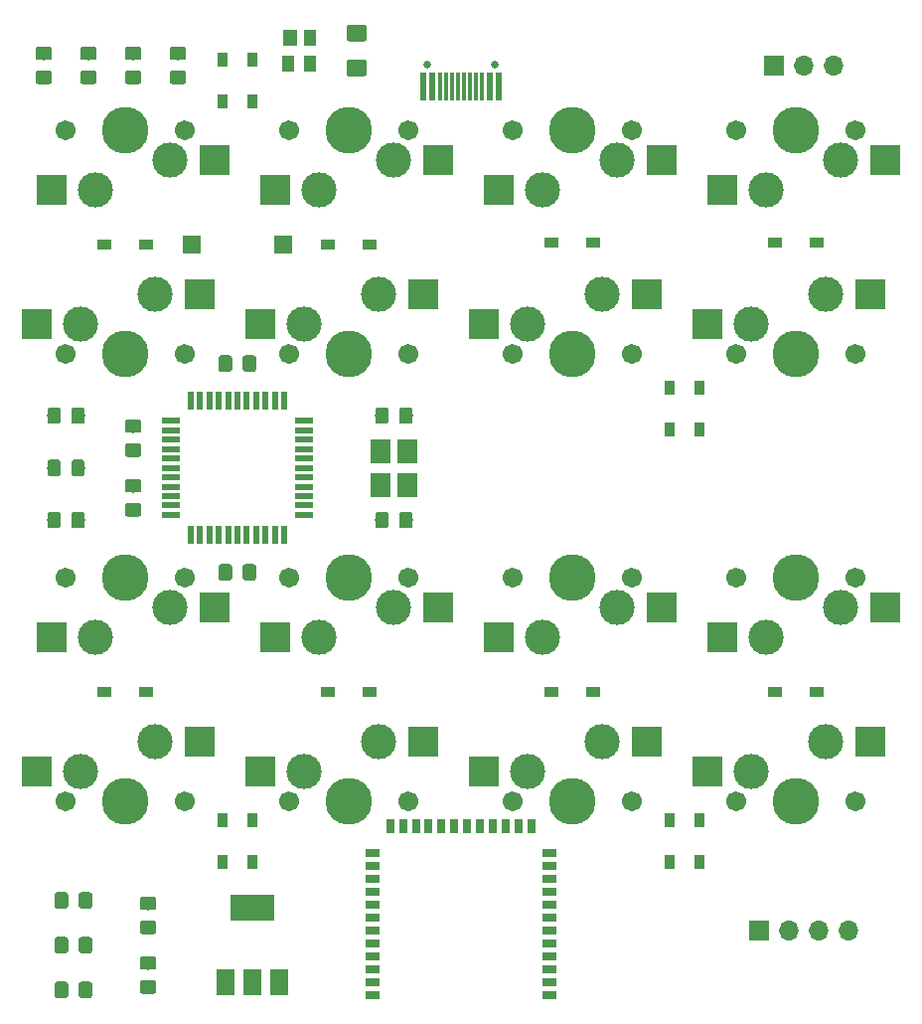
<source format=gbr>
G04 #@! TF.GenerationSoftware,KiCad,Pcbnew,(5.1.2)-2*
G04 #@! TF.CreationDate,2020-01-16T13:47:14+08:00*
G04 #@! TF.ProjectId,wingxx-receiver-v3,77696e67-7878-42d7-9265-636569766572,rev?*
G04 #@! TF.SameCoordinates,Original*
G04 #@! TF.FileFunction,Soldermask,Bot*
G04 #@! TF.FilePolarity,Negative*
%FSLAX46Y46*%
G04 Gerber Fmt 4.6, Leading zero omitted, Abs format (unit mm)*
G04 Created by KiCad (PCBNEW (5.1.2)-2) date 2020-01-16 13:47:14*
%MOMM*%
%LPD*%
G04 APERTURE LIST*
%ADD10R,0.950000X1.300000*%
%ADD11R,1.300000X0.950000*%
%ADD12R,1.500000X1.500000*%
%ADD13R,1.800000X2.100000*%
%ADD14C,0.100000*%
%ADD15C,1.425000*%
%ADD16C,1.150000*%
%ADD17R,1.500000X0.550000*%
%ADD18R,0.550000X1.500000*%
%ADD19R,1.000000X1.400000*%
%ADD20R,1.200000X1.400000*%
%ADD21R,1.198880X0.698500*%
%ADD22R,0.698500X1.198880*%
%ADD23R,0.600000X2.450000*%
%ADD24R,0.300000X2.450000*%
%ADD25C,0.650000*%
%ADD26R,3.800000X2.200000*%
%ADD27R,1.500000X2.200000*%
%ADD28O,1.700000X1.700000*%
%ADD29R,1.700000X1.700000*%
%ADD30R,2.550000X2.500000*%
%ADD31C,1.701800*%
%ADD32C,3.987800*%
%ADD33C,3.000000*%
G04 APERTURE END LIST*
D10*
X134620000Y-127765000D03*
X134620000Y-131315000D03*
X132080000Y-127765000D03*
X132080000Y-131315000D03*
X96520000Y-127765000D03*
X96520000Y-131315000D03*
X93980000Y-127765000D03*
X93980000Y-131315000D03*
D11*
X141100000Y-116840000D03*
X144650000Y-116840000D03*
X122017000Y-116840000D03*
X125567000Y-116840000D03*
X103000000Y-116840000D03*
X106550000Y-116840000D03*
X83950000Y-116840000D03*
X87500000Y-116840000D03*
D10*
X134620000Y-90935000D03*
X134620000Y-94485000D03*
X132080000Y-90935000D03*
X132080000Y-94485000D03*
D11*
X103000000Y-78740000D03*
X106550000Y-78740000D03*
X83950000Y-78740000D03*
X87500000Y-78740000D03*
X141100000Y-78581200D03*
X144650000Y-78581200D03*
X122050000Y-78581200D03*
X125600000Y-78581200D03*
D10*
X96520000Y-62995000D03*
X96520000Y-66545000D03*
X93980000Y-62995000D03*
X93980000Y-66545000D03*
D12*
X99150000Y-78740000D03*
X91350000Y-78740000D03*
D13*
X109735000Y-99240000D03*
X109735000Y-96340000D03*
X107435000Y-96340000D03*
X107435000Y-99240000D03*
D14*
G36*
X106059504Y-63006204D02*
G01*
X106083773Y-63009804D01*
X106107571Y-63015765D01*
X106130671Y-63024030D01*
X106152849Y-63034520D01*
X106173893Y-63047133D01*
X106193598Y-63061747D01*
X106211777Y-63078223D01*
X106228253Y-63096402D01*
X106242867Y-63116107D01*
X106255480Y-63137151D01*
X106265970Y-63159329D01*
X106274235Y-63182429D01*
X106280196Y-63206227D01*
X106283796Y-63230496D01*
X106285000Y-63255000D01*
X106285000Y-64180000D01*
X106283796Y-64204504D01*
X106280196Y-64228773D01*
X106274235Y-64252571D01*
X106265970Y-64275671D01*
X106255480Y-64297849D01*
X106242867Y-64318893D01*
X106228253Y-64338598D01*
X106211777Y-64356777D01*
X106193598Y-64373253D01*
X106173893Y-64387867D01*
X106152849Y-64400480D01*
X106130671Y-64410970D01*
X106107571Y-64419235D01*
X106083773Y-64425196D01*
X106059504Y-64428796D01*
X106035000Y-64430000D01*
X104785000Y-64430000D01*
X104760496Y-64428796D01*
X104736227Y-64425196D01*
X104712429Y-64419235D01*
X104689329Y-64410970D01*
X104667151Y-64400480D01*
X104646107Y-64387867D01*
X104626402Y-64373253D01*
X104608223Y-64356777D01*
X104591747Y-64338598D01*
X104577133Y-64318893D01*
X104564520Y-64297849D01*
X104554030Y-64275671D01*
X104545765Y-64252571D01*
X104539804Y-64228773D01*
X104536204Y-64204504D01*
X104535000Y-64180000D01*
X104535000Y-63255000D01*
X104536204Y-63230496D01*
X104539804Y-63206227D01*
X104545765Y-63182429D01*
X104554030Y-63159329D01*
X104564520Y-63137151D01*
X104577133Y-63116107D01*
X104591747Y-63096402D01*
X104608223Y-63078223D01*
X104626402Y-63061747D01*
X104646107Y-63047133D01*
X104667151Y-63034520D01*
X104689329Y-63024030D01*
X104712429Y-63015765D01*
X104736227Y-63009804D01*
X104760496Y-63006204D01*
X104785000Y-63005000D01*
X106035000Y-63005000D01*
X106059504Y-63006204D01*
X106059504Y-63006204D01*
G37*
D15*
X105410000Y-63717500D03*
D14*
G36*
X106059504Y-60031204D02*
G01*
X106083773Y-60034804D01*
X106107571Y-60040765D01*
X106130671Y-60049030D01*
X106152849Y-60059520D01*
X106173893Y-60072133D01*
X106193598Y-60086747D01*
X106211777Y-60103223D01*
X106228253Y-60121402D01*
X106242867Y-60141107D01*
X106255480Y-60162151D01*
X106265970Y-60184329D01*
X106274235Y-60207429D01*
X106280196Y-60231227D01*
X106283796Y-60255496D01*
X106285000Y-60280000D01*
X106285000Y-61205000D01*
X106283796Y-61229504D01*
X106280196Y-61253773D01*
X106274235Y-61277571D01*
X106265970Y-61300671D01*
X106255480Y-61322849D01*
X106242867Y-61343893D01*
X106228253Y-61363598D01*
X106211777Y-61381777D01*
X106193598Y-61398253D01*
X106173893Y-61412867D01*
X106152849Y-61425480D01*
X106130671Y-61435970D01*
X106107571Y-61444235D01*
X106083773Y-61450196D01*
X106059504Y-61453796D01*
X106035000Y-61455000D01*
X104785000Y-61455000D01*
X104760496Y-61453796D01*
X104736227Y-61450196D01*
X104712429Y-61444235D01*
X104689329Y-61435970D01*
X104667151Y-61425480D01*
X104646107Y-61412867D01*
X104626402Y-61398253D01*
X104608223Y-61381777D01*
X104591747Y-61363598D01*
X104577133Y-61343893D01*
X104564520Y-61322849D01*
X104554030Y-61300671D01*
X104545765Y-61277571D01*
X104539804Y-61253773D01*
X104536204Y-61229504D01*
X104535000Y-61205000D01*
X104535000Y-60280000D01*
X104536204Y-60255496D01*
X104539804Y-60231227D01*
X104545765Y-60207429D01*
X104554030Y-60184329D01*
X104564520Y-60162151D01*
X104577133Y-60141107D01*
X104591747Y-60121402D01*
X104608223Y-60103223D01*
X104626402Y-60086747D01*
X104646107Y-60072133D01*
X104667151Y-60059520D01*
X104689329Y-60049030D01*
X104712429Y-60040765D01*
X104736227Y-60034804D01*
X104760496Y-60031204D01*
X104785000Y-60030000D01*
X106035000Y-60030000D01*
X106059504Y-60031204D01*
X106059504Y-60031204D01*
G37*
D15*
X105410000Y-60742500D03*
D14*
G36*
X79969505Y-97091204D02*
G01*
X79993773Y-97094804D01*
X80017572Y-97100765D01*
X80040671Y-97109030D01*
X80062850Y-97119520D01*
X80083893Y-97132132D01*
X80103599Y-97146747D01*
X80121777Y-97163223D01*
X80138253Y-97181401D01*
X80152868Y-97201107D01*
X80165480Y-97222150D01*
X80175970Y-97244329D01*
X80184235Y-97267428D01*
X80190196Y-97291227D01*
X80193796Y-97315495D01*
X80195000Y-97339999D01*
X80195000Y-98240001D01*
X80193796Y-98264505D01*
X80190196Y-98288773D01*
X80184235Y-98312572D01*
X80175970Y-98335671D01*
X80165480Y-98357850D01*
X80152868Y-98378893D01*
X80138253Y-98398599D01*
X80121777Y-98416777D01*
X80103599Y-98433253D01*
X80083893Y-98447868D01*
X80062850Y-98460480D01*
X80040671Y-98470970D01*
X80017572Y-98479235D01*
X79993773Y-98485196D01*
X79969505Y-98488796D01*
X79945001Y-98490000D01*
X79294999Y-98490000D01*
X79270495Y-98488796D01*
X79246227Y-98485196D01*
X79222428Y-98479235D01*
X79199329Y-98470970D01*
X79177150Y-98460480D01*
X79156107Y-98447868D01*
X79136401Y-98433253D01*
X79118223Y-98416777D01*
X79101747Y-98398599D01*
X79087132Y-98378893D01*
X79074520Y-98357850D01*
X79064030Y-98335671D01*
X79055765Y-98312572D01*
X79049804Y-98288773D01*
X79046204Y-98264505D01*
X79045000Y-98240001D01*
X79045000Y-97339999D01*
X79046204Y-97315495D01*
X79049804Y-97291227D01*
X79055765Y-97267428D01*
X79064030Y-97244329D01*
X79074520Y-97222150D01*
X79087132Y-97201107D01*
X79101747Y-97181401D01*
X79118223Y-97163223D01*
X79136401Y-97146747D01*
X79156107Y-97132132D01*
X79177150Y-97119520D01*
X79199329Y-97109030D01*
X79222428Y-97100765D01*
X79246227Y-97094804D01*
X79270495Y-97091204D01*
X79294999Y-97090000D01*
X79945001Y-97090000D01*
X79969505Y-97091204D01*
X79969505Y-97091204D01*
G37*
D16*
X79620000Y-97790000D03*
D14*
G36*
X82019505Y-97091204D02*
G01*
X82043773Y-97094804D01*
X82067572Y-97100765D01*
X82090671Y-97109030D01*
X82112850Y-97119520D01*
X82133893Y-97132132D01*
X82153599Y-97146747D01*
X82171777Y-97163223D01*
X82188253Y-97181401D01*
X82202868Y-97201107D01*
X82215480Y-97222150D01*
X82225970Y-97244329D01*
X82234235Y-97267428D01*
X82240196Y-97291227D01*
X82243796Y-97315495D01*
X82245000Y-97339999D01*
X82245000Y-98240001D01*
X82243796Y-98264505D01*
X82240196Y-98288773D01*
X82234235Y-98312572D01*
X82225970Y-98335671D01*
X82215480Y-98357850D01*
X82202868Y-98378893D01*
X82188253Y-98398599D01*
X82171777Y-98416777D01*
X82153599Y-98433253D01*
X82133893Y-98447868D01*
X82112850Y-98460480D01*
X82090671Y-98470970D01*
X82067572Y-98479235D01*
X82043773Y-98485196D01*
X82019505Y-98488796D01*
X81995001Y-98490000D01*
X81344999Y-98490000D01*
X81320495Y-98488796D01*
X81296227Y-98485196D01*
X81272428Y-98479235D01*
X81249329Y-98470970D01*
X81227150Y-98460480D01*
X81206107Y-98447868D01*
X81186401Y-98433253D01*
X81168223Y-98416777D01*
X81151747Y-98398599D01*
X81137132Y-98378893D01*
X81124520Y-98357850D01*
X81114030Y-98335671D01*
X81105765Y-98312572D01*
X81099804Y-98288773D01*
X81096204Y-98264505D01*
X81095000Y-98240001D01*
X81095000Y-97339999D01*
X81096204Y-97315495D01*
X81099804Y-97291227D01*
X81105765Y-97267428D01*
X81114030Y-97244329D01*
X81124520Y-97222150D01*
X81137132Y-97201107D01*
X81151747Y-97181401D01*
X81168223Y-97163223D01*
X81186401Y-97146747D01*
X81206107Y-97132132D01*
X81227150Y-97119520D01*
X81249329Y-97109030D01*
X81272428Y-97100765D01*
X81296227Y-97094804D01*
X81320495Y-97091204D01*
X81344999Y-97090000D01*
X81995001Y-97090000D01*
X82019505Y-97091204D01*
X82019505Y-97091204D01*
G37*
D16*
X81670000Y-97790000D03*
D14*
G36*
X82019505Y-92646204D02*
G01*
X82043773Y-92649804D01*
X82067572Y-92655765D01*
X82090671Y-92664030D01*
X82112850Y-92674520D01*
X82133893Y-92687132D01*
X82153599Y-92701747D01*
X82171777Y-92718223D01*
X82188253Y-92736401D01*
X82202868Y-92756107D01*
X82215480Y-92777150D01*
X82225970Y-92799329D01*
X82234235Y-92822428D01*
X82240196Y-92846227D01*
X82243796Y-92870495D01*
X82245000Y-92894999D01*
X82245000Y-93795001D01*
X82243796Y-93819505D01*
X82240196Y-93843773D01*
X82234235Y-93867572D01*
X82225970Y-93890671D01*
X82215480Y-93912850D01*
X82202868Y-93933893D01*
X82188253Y-93953599D01*
X82171777Y-93971777D01*
X82153599Y-93988253D01*
X82133893Y-94002868D01*
X82112850Y-94015480D01*
X82090671Y-94025970D01*
X82067572Y-94034235D01*
X82043773Y-94040196D01*
X82019505Y-94043796D01*
X81995001Y-94045000D01*
X81344999Y-94045000D01*
X81320495Y-94043796D01*
X81296227Y-94040196D01*
X81272428Y-94034235D01*
X81249329Y-94025970D01*
X81227150Y-94015480D01*
X81206107Y-94002868D01*
X81186401Y-93988253D01*
X81168223Y-93971777D01*
X81151747Y-93953599D01*
X81137132Y-93933893D01*
X81124520Y-93912850D01*
X81114030Y-93890671D01*
X81105765Y-93867572D01*
X81099804Y-93843773D01*
X81096204Y-93819505D01*
X81095000Y-93795001D01*
X81095000Y-92894999D01*
X81096204Y-92870495D01*
X81099804Y-92846227D01*
X81105765Y-92822428D01*
X81114030Y-92799329D01*
X81124520Y-92777150D01*
X81137132Y-92756107D01*
X81151747Y-92736401D01*
X81168223Y-92718223D01*
X81186401Y-92701747D01*
X81206107Y-92687132D01*
X81227150Y-92674520D01*
X81249329Y-92664030D01*
X81272428Y-92655765D01*
X81296227Y-92649804D01*
X81320495Y-92646204D01*
X81344999Y-92645000D01*
X81995001Y-92645000D01*
X82019505Y-92646204D01*
X82019505Y-92646204D01*
G37*
D16*
X81670000Y-93345000D03*
D14*
G36*
X79969505Y-92646204D02*
G01*
X79993773Y-92649804D01*
X80017572Y-92655765D01*
X80040671Y-92664030D01*
X80062850Y-92674520D01*
X80083893Y-92687132D01*
X80103599Y-92701747D01*
X80121777Y-92718223D01*
X80138253Y-92736401D01*
X80152868Y-92756107D01*
X80165480Y-92777150D01*
X80175970Y-92799329D01*
X80184235Y-92822428D01*
X80190196Y-92846227D01*
X80193796Y-92870495D01*
X80195000Y-92894999D01*
X80195000Y-93795001D01*
X80193796Y-93819505D01*
X80190196Y-93843773D01*
X80184235Y-93867572D01*
X80175970Y-93890671D01*
X80165480Y-93912850D01*
X80152868Y-93933893D01*
X80138253Y-93953599D01*
X80121777Y-93971777D01*
X80103599Y-93988253D01*
X80083893Y-94002868D01*
X80062850Y-94015480D01*
X80040671Y-94025970D01*
X80017572Y-94034235D01*
X79993773Y-94040196D01*
X79969505Y-94043796D01*
X79945001Y-94045000D01*
X79294999Y-94045000D01*
X79270495Y-94043796D01*
X79246227Y-94040196D01*
X79222428Y-94034235D01*
X79199329Y-94025970D01*
X79177150Y-94015480D01*
X79156107Y-94002868D01*
X79136401Y-93988253D01*
X79118223Y-93971777D01*
X79101747Y-93953599D01*
X79087132Y-93933893D01*
X79074520Y-93912850D01*
X79064030Y-93890671D01*
X79055765Y-93867572D01*
X79049804Y-93843773D01*
X79046204Y-93819505D01*
X79045000Y-93795001D01*
X79045000Y-92894999D01*
X79046204Y-92870495D01*
X79049804Y-92846227D01*
X79055765Y-92822428D01*
X79064030Y-92799329D01*
X79074520Y-92777150D01*
X79087132Y-92756107D01*
X79101747Y-92736401D01*
X79118223Y-92718223D01*
X79136401Y-92701747D01*
X79156107Y-92687132D01*
X79177150Y-92674520D01*
X79199329Y-92664030D01*
X79222428Y-92655765D01*
X79246227Y-92649804D01*
X79270495Y-92646204D01*
X79294999Y-92645000D01*
X79945001Y-92645000D01*
X79969505Y-92646204D01*
X79969505Y-92646204D01*
G37*
D16*
X79620000Y-93345000D03*
D14*
G36*
X90644505Y-63951204D02*
G01*
X90668773Y-63954804D01*
X90692572Y-63960765D01*
X90715671Y-63969030D01*
X90737850Y-63979520D01*
X90758893Y-63992132D01*
X90778599Y-64006747D01*
X90796777Y-64023223D01*
X90813253Y-64041401D01*
X90827868Y-64061107D01*
X90840480Y-64082150D01*
X90850970Y-64104329D01*
X90859235Y-64127428D01*
X90865196Y-64151227D01*
X90868796Y-64175495D01*
X90870000Y-64199999D01*
X90870000Y-64850001D01*
X90868796Y-64874505D01*
X90865196Y-64898773D01*
X90859235Y-64922572D01*
X90850970Y-64945671D01*
X90840480Y-64967850D01*
X90827868Y-64988893D01*
X90813253Y-65008599D01*
X90796777Y-65026777D01*
X90778599Y-65043253D01*
X90758893Y-65057868D01*
X90737850Y-65070480D01*
X90715671Y-65080970D01*
X90692572Y-65089235D01*
X90668773Y-65095196D01*
X90644505Y-65098796D01*
X90620001Y-65100000D01*
X89719999Y-65100000D01*
X89695495Y-65098796D01*
X89671227Y-65095196D01*
X89647428Y-65089235D01*
X89624329Y-65080970D01*
X89602150Y-65070480D01*
X89581107Y-65057868D01*
X89561401Y-65043253D01*
X89543223Y-65026777D01*
X89526747Y-65008599D01*
X89512132Y-64988893D01*
X89499520Y-64967850D01*
X89489030Y-64945671D01*
X89480765Y-64922572D01*
X89474804Y-64898773D01*
X89471204Y-64874505D01*
X89470000Y-64850001D01*
X89470000Y-64199999D01*
X89471204Y-64175495D01*
X89474804Y-64151227D01*
X89480765Y-64127428D01*
X89489030Y-64104329D01*
X89499520Y-64082150D01*
X89512132Y-64061107D01*
X89526747Y-64041401D01*
X89543223Y-64023223D01*
X89561401Y-64006747D01*
X89581107Y-63992132D01*
X89602150Y-63979520D01*
X89624329Y-63969030D01*
X89647428Y-63960765D01*
X89671227Y-63954804D01*
X89695495Y-63951204D01*
X89719999Y-63950000D01*
X90620001Y-63950000D01*
X90644505Y-63951204D01*
X90644505Y-63951204D01*
G37*
D16*
X90170000Y-64525000D03*
D14*
G36*
X90644505Y-61901204D02*
G01*
X90668773Y-61904804D01*
X90692572Y-61910765D01*
X90715671Y-61919030D01*
X90737850Y-61929520D01*
X90758893Y-61942132D01*
X90778599Y-61956747D01*
X90796777Y-61973223D01*
X90813253Y-61991401D01*
X90827868Y-62011107D01*
X90840480Y-62032150D01*
X90850970Y-62054329D01*
X90859235Y-62077428D01*
X90865196Y-62101227D01*
X90868796Y-62125495D01*
X90870000Y-62149999D01*
X90870000Y-62800001D01*
X90868796Y-62824505D01*
X90865196Y-62848773D01*
X90859235Y-62872572D01*
X90850970Y-62895671D01*
X90840480Y-62917850D01*
X90827868Y-62938893D01*
X90813253Y-62958599D01*
X90796777Y-62976777D01*
X90778599Y-62993253D01*
X90758893Y-63007868D01*
X90737850Y-63020480D01*
X90715671Y-63030970D01*
X90692572Y-63039235D01*
X90668773Y-63045196D01*
X90644505Y-63048796D01*
X90620001Y-63050000D01*
X89719999Y-63050000D01*
X89695495Y-63048796D01*
X89671227Y-63045196D01*
X89647428Y-63039235D01*
X89624329Y-63030970D01*
X89602150Y-63020480D01*
X89581107Y-63007868D01*
X89561401Y-62993253D01*
X89543223Y-62976777D01*
X89526747Y-62958599D01*
X89512132Y-62938893D01*
X89499520Y-62917850D01*
X89489030Y-62895671D01*
X89480765Y-62872572D01*
X89474804Y-62848773D01*
X89471204Y-62824505D01*
X89470000Y-62800001D01*
X89470000Y-62149999D01*
X89471204Y-62125495D01*
X89474804Y-62101227D01*
X89480765Y-62077428D01*
X89489030Y-62054329D01*
X89499520Y-62032150D01*
X89512132Y-62011107D01*
X89526747Y-61991401D01*
X89543223Y-61973223D01*
X89561401Y-61956747D01*
X89581107Y-61942132D01*
X89602150Y-61929520D01*
X89624329Y-61919030D01*
X89647428Y-61910765D01*
X89671227Y-61904804D01*
X89695495Y-61901204D01*
X89719999Y-61900000D01*
X90620001Y-61900000D01*
X90644505Y-61901204D01*
X90644505Y-61901204D01*
G37*
D16*
X90170000Y-62475000D03*
D14*
G36*
X86834505Y-63951204D02*
G01*
X86858773Y-63954804D01*
X86882572Y-63960765D01*
X86905671Y-63969030D01*
X86927850Y-63979520D01*
X86948893Y-63992132D01*
X86968599Y-64006747D01*
X86986777Y-64023223D01*
X87003253Y-64041401D01*
X87017868Y-64061107D01*
X87030480Y-64082150D01*
X87040970Y-64104329D01*
X87049235Y-64127428D01*
X87055196Y-64151227D01*
X87058796Y-64175495D01*
X87060000Y-64199999D01*
X87060000Y-64850001D01*
X87058796Y-64874505D01*
X87055196Y-64898773D01*
X87049235Y-64922572D01*
X87040970Y-64945671D01*
X87030480Y-64967850D01*
X87017868Y-64988893D01*
X87003253Y-65008599D01*
X86986777Y-65026777D01*
X86968599Y-65043253D01*
X86948893Y-65057868D01*
X86927850Y-65070480D01*
X86905671Y-65080970D01*
X86882572Y-65089235D01*
X86858773Y-65095196D01*
X86834505Y-65098796D01*
X86810001Y-65100000D01*
X85909999Y-65100000D01*
X85885495Y-65098796D01*
X85861227Y-65095196D01*
X85837428Y-65089235D01*
X85814329Y-65080970D01*
X85792150Y-65070480D01*
X85771107Y-65057868D01*
X85751401Y-65043253D01*
X85733223Y-65026777D01*
X85716747Y-65008599D01*
X85702132Y-64988893D01*
X85689520Y-64967850D01*
X85679030Y-64945671D01*
X85670765Y-64922572D01*
X85664804Y-64898773D01*
X85661204Y-64874505D01*
X85660000Y-64850001D01*
X85660000Y-64199999D01*
X85661204Y-64175495D01*
X85664804Y-64151227D01*
X85670765Y-64127428D01*
X85679030Y-64104329D01*
X85689520Y-64082150D01*
X85702132Y-64061107D01*
X85716747Y-64041401D01*
X85733223Y-64023223D01*
X85751401Y-64006747D01*
X85771107Y-63992132D01*
X85792150Y-63979520D01*
X85814329Y-63969030D01*
X85837428Y-63960765D01*
X85861227Y-63954804D01*
X85885495Y-63951204D01*
X85909999Y-63950000D01*
X86810001Y-63950000D01*
X86834505Y-63951204D01*
X86834505Y-63951204D01*
G37*
D16*
X86360000Y-64525000D03*
D14*
G36*
X86834505Y-61901204D02*
G01*
X86858773Y-61904804D01*
X86882572Y-61910765D01*
X86905671Y-61919030D01*
X86927850Y-61929520D01*
X86948893Y-61942132D01*
X86968599Y-61956747D01*
X86986777Y-61973223D01*
X87003253Y-61991401D01*
X87017868Y-62011107D01*
X87030480Y-62032150D01*
X87040970Y-62054329D01*
X87049235Y-62077428D01*
X87055196Y-62101227D01*
X87058796Y-62125495D01*
X87060000Y-62149999D01*
X87060000Y-62800001D01*
X87058796Y-62824505D01*
X87055196Y-62848773D01*
X87049235Y-62872572D01*
X87040970Y-62895671D01*
X87030480Y-62917850D01*
X87017868Y-62938893D01*
X87003253Y-62958599D01*
X86986777Y-62976777D01*
X86968599Y-62993253D01*
X86948893Y-63007868D01*
X86927850Y-63020480D01*
X86905671Y-63030970D01*
X86882572Y-63039235D01*
X86858773Y-63045196D01*
X86834505Y-63048796D01*
X86810001Y-63050000D01*
X85909999Y-63050000D01*
X85885495Y-63048796D01*
X85861227Y-63045196D01*
X85837428Y-63039235D01*
X85814329Y-63030970D01*
X85792150Y-63020480D01*
X85771107Y-63007868D01*
X85751401Y-62993253D01*
X85733223Y-62976777D01*
X85716747Y-62958599D01*
X85702132Y-62938893D01*
X85689520Y-62917850D01*
X85679030Y-62895671D01*
X85670765Y-62872572D01*
X85664804Y-62848773D01*
X85661204Y-62824505D01*
X85660000Y-62800001D01*
X85660000Y-62149999D01*
X85661204Y-62125495D01*
X85664804Y-62101227D01*
X85670765Y-62077428D01*
X85679030Y-62054329D01*
X85689520Y-62032150D01*
X85702132Y-62011107D01*
X85716747Y-61991401D01*
X85733223Y-61973223D01*
X85751401Y-61956747D01*
X85771107Y-61942132D01*
X85792150Y-61929520D01*
X85814329Y-61919030D01*
X85837428Y-61910765D01*
X85861227Y-61904804D01*
X85885495Y-61901204D01*
X85909999Y-61900000D01*
X86810001Y-61900000D01*
X86834505Y-61901204D01*
X86834505Y-61901204D01*
G37*
D16*
X86360000Y-62475000D03*
D14*
G36*
X83024505Y-63951204D02*
G01*
X83048773Y-63954804D01*
X83072572Y-63960765D01*
X83095671Y-63969030D01*
X83117850Y-63979520D01*
X83138893Y-63992132D01*
X83158599Y-64006747D01*
X83176777Y-64023223D01*
X83193253Y-64041401D01*
X83207868Y-64061107D01*
X83220480Y-64082150D01*
X83230970Y-64104329D01*
X83239235Y-64127428D01*
X83245196Y-64151227D01*
X83248796Y-64175495D01*
X83250000Y-64199999D01*
X83250000Y-64850001D01*
X83248796Y-64874505D01*
X83245196Y-64898773D01*
X83239235Y-64922572D01*
X83230970Y-64945671D01*
X83220480Y-64967850D01*
X83207868Y-64988893D01*
X83193253Y-65008599D01*
X83176777Y-65026777D01*
X83158599Y-65043253D01*
X83138893Y-65057868D01*
X83117850Y-65070480D01*
X83095671Y-65080970D01*
X83072572Y-65089235D01*
X83048773Y-65095196D01*
X83024505Y-65098796D01*
X83000001Y-65100000D01*
X82099999Y-65100000D01*
X82075495Y-65098796D01*
X82051227Y-65095196D01*
X82027428Y-65089235D01*
X82004329Y-65080970D01*
X81982150Y-65070480D01*
X81961107Y-65057868D01*
X81941401Y-65043253D01*
X81923223Y-65026777D01*
X81906747Y-65008599D01*
X81892132Y-64988893D01*
X81879520Y-64967850D01*
X81869030Y-64945671D01*
X81860765Y-64922572D01*
X81854804Y-64898773D01*
X81851204Y-64874505D01*
X81850000Y-64850001D01*
X81850000Y-64199999D01*
X81851204Y-64175495D01*
X81854804Y-64151227D01*
X81860765Y-64127428D01*
X81869030Y-64104329D01*
X81879520Y-64082150D01*
X81892132Y-64061107D01*
X81906747Y-64041401D01*
X81923223Y-64023223D01*
X81941401Y-64006747D01*
X81961107Y-63992132D01*
X81982150Y-63979520D01*
X82004329Y-63969030D01*
X82027428Y-63960765D01*
X82051227Y-63954804D01*
X82075495Y-63951204D01*
X82099999Y-63950000D01*
X83000001Y-63950000D01*
X83024505Y-63951204D01*
X83024505Y-63951204D01*
G37*
D16*
X82550000Y-64525000D03*
D14*
G36*
X83024505Y-61901204D02*
G01*
X83048773Y-61904804D01*
X83072572Y-61910765D01*
X83095671Y-61919030D01*
X83117850Y-61929520D01*
X83138893Y-61942132D01*
X83158599Y-61956747D01*
X83176777Y-61973223D01*
X83193253Y-61991401D01*
X83207868Y-62011107D01*
X83220480Y-62032150D01*
X83230970Y-62054329D01*
X83239235Y-62077428D01*
X83245196Y-62101227D01*
X83248796Y-62125495D01*
X83250000Y-62149999D01*
X83250000Y-62800001D01*
X83248796Y-62824505D01*
X83245196Y-62848773D01*
X83239235Y-62872572D01*
X83230970Y-62895671D01*
X83220480Y-62917850D01*
X83207868Y-62938893D01*
X83193253Y-62958599D01*
X83176777Y-62976777D01*
X83158599Y-62993253D01*
X83138893Y-63007868D01*
X83117850Y-63020480D01*
X83095671Y-63030970D01*
X83072572Y-63039235D01*
X83048773Y-63045196D01*
X83024505Y-63048796D01*
X83000001Y-63050000D01*
X82099999Y-63050000D01*
X82075495Y-63048796D01*
X82051227Y-63045196D01*
X82027428Y-63039235D01*
X82004329Y-63030970D01*
X81982150Y-63020480D01*
X81961107Y-63007868D01*
X81941401Y-62993253D01*
X81923223Y-62976777D01*
X81906747Y-62958599D01*
X81892132Y-62938893D01*
X81879520Y-62917850D01*
X81869030Y-62895671D01*
X81860765Y-62872572D01*
X81854804Y-62848773D01*
X81851204Y-62824505D01*
X81850000Y-62800001D01*
X81850000Y-62149999D01*
X81851204Y-62125495D01*
X81854804Y-62101227D01*
X81860765Y-62077428D01*
X81869030Y-62054329D01*
X81879520Y-62032150D01*
X81892132Y-62011107D01*
X81906747Y-61991401D01*
X81923223Y-61973223D01*
X81941401Y-61956747D01*
X81961107Y-61942132D01*
X81982150Y-61929520D01*
X82004329Y-61919030D01*
X82027428Y-61910765D01*
X82051227Y-61904804D01*
X82075495Y-61901204D01*
X82099999Y-61900000D01*
X83000001Y-61900000D01*
X83024505Y-61901204D01*
X83024505Y-61901204D01*
G37*
D16*
X82550000Y-62475000D03*
D14*
G36*
X79214505Y-63951204D02*
G01*
X79238773Y-63954804D01*
X79262572Y-63960765D01*
X79285671Y-63969030D01*
X79307850Y-63979520D01*
X79328893Y-63992132D01*
X79348599Y-64006747D01*
X79366777Y-64023223D01*
X79383253Y-64041401D01*
X79397868Y-64061107D01*
X79410480Y-64082150D01*
X79420970Y-64104329D01*
X79429235Y-64127428D01*
X79435196Y-64151227D01*
X79438796Y-64175495D01*
X79440000Y-64199999D01*
X79440000Y-64850001D01*
X79438796Y-64874505D01*
X79435196Y-64898773D01*
X79429235Y-64922572D01*
X79420970Y-64945671D01*
X79410480Y-64967850D01*
X79397868Y-64988893D01*
X79383253Y-65008599D01*
X79366777Y-65026777D01*
X79348599Y-65043253D01*
X79328893Y-65057868D01*
X79307850Y-65070480D01*
X79285671Y-65080970D01*
X79262572Y-65089235D01*
X79238773Y-65095196D01*
X79214505Y-65098796D01*
X79190001Y-65100000D01*
X78289999Y-65100000D01*
X78265495Y-65098796D01*
X78241227Y-65095196D01*
X78217428Y-65089235D01*
X78194329Y-65080970D01*
X78172150Y-65070480D01*
X78151107Y-65057868D01*
X78131401Y-65043253D01*
X78113223Y-65026777D01*
X78096747Y-65008599D01*
X78082132Y-64988893D01*
X78069520Y-64967850D01*
X78059030Y-64945671D01*
X78050765Y-64922572D01*
X78044804Y-64898773D01*
X78041204Y-64874505D01*
X78040000Y-64850001D01*
X78040000Y-64199999D01*
X78041204Y-64175495D01*
X78044804Y-64151227D01*
X78050765Y-64127428D01*
X78059030Y-64104329D01*
X78069520Y-64082150D01*
X78082132Y-64061107D01*
X78096747Y-64041401D01*
X78113223Y-64023223D01*
X78131401Y-64006747D01*
X78151107Y-63992132D01*
X78172150Y-63979520D01*
X78194329Y-63969030D01*
X78217428Y-63960765D01*
X78241227Y-63954804D01*
X78265495Y-63951204D01*
X78289999Y-63950000D01*
X79190001Y-63950000D01*
X79214505Y-63951204D01*
X79214505Y-63951204D01*
G37*
D16*
X78740000Y-64525000D03*
D14*
G36*
X79214505Y-61901204D02*
G01*
X79238773Y-61904804D01*
X79262572Y-61910765D01*
X79285671Y-61919030D01*
X79307850Y-61929520D01*
X79328893Y-61942132D01*
X79348599Y-61956747D01*
X79366777Y-61973223D01*
X79383253Y-61991401D01*
X79397868Y-62011107D01*
X79410480Y-62032150D01*
X79420970Y-62054329D01*
X79429235Y-62077428D01*
X79435196Y-62101227D01*
X79438796Y-62125495D01*
X79440000Y-62149999D01*
X79440000Y-62800001D01*
X79438796Y-62824505D01*
X79435196Y-62848773D01*
X79429235Y-62872572D01*
X79420970Y-62895671D01*
X79410480Y-62917850D01*
X79397868Y-62938893D01*
X79383253Y-62958599D01*
X79366777Y-62976777D01*
X79348599Y-62993253D01*
X79328893Y-63007868D01*
X79307850Y-63020480D01*
X79285671Y-63030970D01*
X79262572Y-63039235D01*
X79238773Y-63045196D01*
X79214505Y-63048796D01*
X79190001Y-63050000D01*
X78289999Y-63050000D01*
X78265495Y-63048796D01*
X78241227Y-63045196D01*
X78217428Y-63039235D01*
X78194329Y-63030970D01*
X78172150Y-63020480D01*
X78151107Y-63007868D01*
X78131401Y-62993253D01*
X78113223Y-62976777D01*
X78096747Y-62958599D01*
X78082132Y-62938893D01*
X78069520Y-62917850D01*
X78059030Y-62895671D01*
X78050765Y-62872572D01*
X78044804Y-62848773D01*
X78041204Y-62824505D01*
X78040000Y-62800001D01*
X78040000Y-62149999D01*
X78041204Y-62125495D01*
X78044804Y-62101227D01*
X78050765Y-62077428D01*
X78059030Y-62054329D01*
X78069520Y-62032150D01*
X78082132Y-62011107D01*
X78096747Y-61991401D01*
X78113223Y-61973223D01*
X78131401Y-61956747D01*
X78151107Y-61942132D01*
X78172150Y-61929520D01*
X78194329Y-61919030D01*
X78217428Y-61910765D01*
X78241227Y-61904804D01*
X78265495Y-61901204D01*
X78289999Y-61900000D01*
X79190001Y-61900000D01*
X79214505Y-61901204D01*
X79214505Y-61901204D01*
G37*
D16*
X78740000Y-62475000D03*
D14*
G36*
X88104505Y-136341204D02*
G01*
X88128773Y-136344804D01*
X88152572Y-136350765D01*
X88175671Y-136359030D01*
X88197850Y-136369520D01*
X88218893Y-136382132D01*
X88238599Y-136396747D01*
X88256777Y-136413223D01*
X88273253Y-136431401D01*
X88287868Y-136451107D01*
X88300480Y-136472150D01*
X88310970Y-136494329D01*
X88319235Y-136517428D01*
X88325196Y-136541227D01*
X88328796Y-136565495D01*
X88330000Y-136589999D01*
X88330000Y-137240001D01*
X88328796Y-137264505D01*
X88325196Y-137288773D01*
X88319235Y-137312572D01*
X88310970Y-137335671D01*
X88300480Y-137357850D01*
X88287868Y-137378893D01*
X88273253Y-137398599D01*
X88256777Y-137416777D01*
X88238599Y-137433253D01*
X88218893Y-137447868D01*
X88197850Y-137460480D01*
X88175671Y-137470970D01*
X88152572Y-137479235D01*
X88128773Y-137485196D01*
X88104505Y-137488796D01*
X88080001Y-137490000D01*
X87179999Y-137490000D01*
X87155495Y-137488796D01*
X87131227Y-137485196D01*
X87107428Y-137479235D01*
X87084329Y-137470970D01*
X87062150Y-137460480D01*
X87041107Y-137447868D01*
X87021401Y-137433253D01*
X87003223Y-137416777D01*
X86986747Y-137398599D01*
X86972132Y-137378893D01*
X86959520Y-137357850D01*
X86949030Y-137335671D01*
X86940765Y-137312572D01*
X86934804Y-137288773D01*
X86931204Y-137264505D01*
X86930000Y-137240001D01*
X86930000Y-136589999D01*
X86931204Y-136565495D01*
X86934804Y-136541227D01*
X86940765Y-136517428D01*
X86949030Y-136494329D01*
X86959520Y-136472150D01*
X86972132Y-136451107D01*
X86986747Y-136431401D01*
X87003223Y-136413223D01*
X87021401Y-136396747D01*
X87041107Y-136382132D01*
X87062150Y-136369520D01*
X87084329Y-136359030D01*
X87107428Y-136350765D01*
X87131227Y-136344804D01*
X87155495Y-136341204D01*
X87179999Y-136340000D01*
X88080001Y-136340000D01*
X88104505Y-136341204D01*
X88104505Y-136341204D01*
G37*
D16*
X87630000Y-136915000D03*
D14*
G36*
X88104505Y-134291204D02*
G01*
X88128773Y-134294804D01*
X88152572Y-134300765D01*
X88175671Y-134309030D01*
X88197850Y-134319520D01*
X88218893Y-134332132D01*
X88238599Y-134346747D01*
X88256777Y-134363223D01*
X88273253Y-134381401D01*
X88287868Y-134401107D01*
X88300480Y-134422150D01*
X88310970Y-134444329D01*
X88319235Y-134467428D01*
X88325196Y-134491227D01*
X88328796Y-134515495D01*
X88330000Y-134539999D01*
X88330000Y-135190001D01*
X88328796Y-135214505D01*
X88325196Y-135238773D01*
X88319235Y-135262572D01*
X88310970Y-135285671D01*
X88300480Y-135307850D01*
X88287868Y-135328893D01*
X88273253Y-135348599D01*
X88256777Y-135366777D01*
X88238599Y-135383253D01*
X88218893Y-135397868D01*
X88197850Y-135410480D01*
X88175671Y-135420970D01*
X88152572Y-135429235D01*
X88128773Y-135435196D01*
X88104505Y-135438796D01*
X88080001Y-135440000D01*
X87179999Y-135440000D01*
X87155495Y-135438796D01*
X87131227Y-135435196D01*
X87107428Y-135429235D01*
X87084329Y-135420970D01*
X87062150Y-135410480D01*
X87041107Y-135397868D01*
X87021401Y-135383253D01*
X87003223Y-135366777D01*
X86986747Y-135348599D01*
X86972132Y-135328893D01*
X86959520Y-135307850D01*
X86949030Y-135285671D01*
X86940765Y-135262572D01*
X86934804Y-135238773D01*
X86931204Y-135214505D01*
X86930000Y-135190001D01*
X86930000Y-134539999D01*
X86931204Y-134515495D01*
X86934804Y-134491227D01*
X86940765Y-134467428D01*
X86949030Y-134444329D01*
X86959520Y-134422150D01*
X86972132Y-134401107D01*
X86986747Y-134381401D01*
X87003223Y-134363223D01*
X87021401Y-134346747D01*
X87041107Y-134332132D01*
X87062150Y-134319520D01*
X87084329Y-134309030D01*
X87107428Y-134300765D01*
X87131227Y-134294804D01*
X87155495Y-134291204D01*
X87179999Y-134290000D01*
X88080001Y-134290000D01*
X88104505Y-134291204D01*
X88104505Y-134291204D01*
G37*
D16*
X87630000Y-134865000D03*
D14*
G36*
X88104505Y-141421204D02*
G01*
X88128773Y-141424804D01*
X88152572Y-141430765D01*
X88175671Y-141439030D01*
X88197850Y-141449520D01*
X88218893Y-141462132D01*
X88238599Y-141476747D01*
X88256777Y-141493223D01*
X88273253Y-141511401D01*
X88287868Y-141531107D01*
X88300480Y-141552150D01*
X88310970Y-141574329D01*
X88319235Y-141597428D01*
X88325196Y-141621227D01*
X88328796Y-141645495D01*
X88330000Y-141669999D01*
X88330000Y-142320001D01*
X88328796Y-142344505D01*
X88325196Y-142368773D01*
X88319235Y-142392572D01*
X88310970Y-142415671D01*
X88300480Y-142437850D01*
X88287868Y-142458893D01*
X88273253Y-142478599D01*
X88256777Y-142496777D01*
X88238599Y-142513253D01*
X88218893Y-142527868D01*
X88197850Y-142540480D01*
X88175671Y-142550970D01*
X88152572Y-142559235D01*
X88128773Y-142565196D01*
X88104505Y-142568796D01*
X88080001Y-142570000D01*
X87179999Y-142570000D01*
X87155495Y-142568796D01*
X87131227Y-142565196D01*
X87107428Y-142559235D01*
X87084329Y-142550970D01*
X87062150Y-142540480D01*
X87041107Y-142527868D01*
X87021401Y-142513253D01*
X87003223Y-142496777D01*
X86986747Y-142478599D01*
X86972132Y-142458893D01*
X86959520Y-142437850D01*
X86949030Y-142415671D01*
X86940765Y-142392572D01*
X86934804Y-142368773D01*
X86931204Y-142344505D01*
X86930000Y-142320001D01*
X86930000Y-141669999D01*
X86931204Y-141645495D01*
X86934804Y-141621227D01*
X86940765Y-141597428D01*
X86949030Y-141574329D01*
X86959520Y-141552150D01*
X86972132Y-141531107D01*
X86986747Y-141511401D01*
X87003223Y-141493223D01*
X87021401Y-141476747D01*
X87041107Y-141462132D01*
X87062150Y-141449520D01*
X87084329Y-141439030D01*
X87107428Y-141430765D01*
X87131227Y-141424804D01*
X87155495Y-141421204D01*
X87179999Y-141420000D01*
X88080001Y-141420000D01*
X88104505Y-141421204D01*
X88104505Y-141421204D01*
G37*
D16*
X87630000Y-141995000D03*
D14*
G36*
X88104505Y-139371204D02*
G01*
X88128773Y-139374804D01*
X88152572Y-139380765D01*
X88175671Y-139389030D01*
X88197850Y-139399520D01*
X88218893Y-139412132D01*
X88238599Y-139426747D01*
X88256777Y-139443223D01*
X88273253Y-139461401D01*
X88287868Y-139481107D01*
X88300480Y-139502150D01*
X88310970Y-139524329D01*
X88319235Y-139547428D01*
X88325196Y-139571227D01*
X88328796Y-139595495D01*
X88330000Y-139619999D01*
X88330000Y-140270001D01*
X88328796Y-140294505D01*
X88325196Y-140318773D01*
X88319235Y-140342572D01*
X88310970Y-140365671D01*
X88300480Y-140387850D01*
X88287868Y-140408893D01*
X88273253Y-140428599D01*
X88256777Y-140446777D01*
X88238599Y-140463253D01*
X88218893Y-140477868D01*
X88197850Y-140490480D01*
X88175671Y-140500970D01*
X88152572Y-140509235D01*
X88128773Y-140515196D01*
X88104505Y-140518796D01*
X88080001Y-140520000D01*
X87179999Y-140520000D01*
X87155495Y-140518796D01*
X87131227Y-140515196D01*
X87107428Y-140509235D01*
X87084329Y-140500970D01*
X87062150Y-140490480D01*
X87041107Y-140477868D01*
X87021401Y-140463253D01*
X87003223Y-140446777D01*
X86986747Y-140428599D01*
X86972132Y-140408893D01*
X86959520Y-140387850D01*
X86949030Y-140365671D01*
X86940765Y-140342572D01*
X86934804Y-140318773D01*
X86931204Y-140294505D01*
X86930000Y-140270001D01*
X86930000Y-139619999D01*
X86931204Y-139595495D01*
X86934804Y-139571227D01*
X86940765Y-139547428D01*
X86949030Y-139524329D01*
X86959520Y-139502150D01*
X86972132Y-139481107D01*
X86986747Y-139461401D01*
X87003223Y-139443223D01*
X87021401Y-139426747D01*
X87041107Y-139412132D01*
X87062150Y-139399520D01*
X87084329Y-139389030D01*
X87107428Y-139380765D01*
X87131227Y-139374804D01*
X87155495Y-139371204D01*
X87179999Y-139370000D01*
X88080001Y-139370000D01*
X88104505Y-139371204D01*
X88104505Y-139371204D01*
G37*
D16*
X87630000Y-139945000D03*
D14*
G36*
X86834505Y-100781204D02*
G01*
X86858773Y-100784804D01*
X86882572Y-100790765D01*
X86905671Y-100799030D01*
X86927850Y-100809520D01*
X86948893Y-100822132D01*
X86968599Y-100836747D01*
X86986777Y-100853223D01*
X87003253Y-100871401D01*
X87017868Y-100891107D01*
X87030480Y-100912150D01*
X87040970Y-100934329D01*
X87049235Y-100957428D01*
X87055196Y-100981227D01*
X87058796Y-101005495D01*
X87060000Y-101029999D01*
X87060000Y-101680001D01*
X87058796Y-101704505D01*
X87055196Y-101728773D01*
X87049235Y-101752572D01*
X87040970Y-101775671D01*
X87030480Y-101797850D01*
X87017868Y-101818893D01*
X87003253Y-101838599D01*
X86986777Y-101856777D01*
X86968599Y-101873253D01*
X86948893Y-101887868D01*
X86927850Y-101900480D01*
X86905671Y-101910970D01*
X86882572Y-101919235D01*
X86858773Y-101925196D01*
X86834505Y-101928796D01*
X86810001Y-101930000D01*
X85909999Y-101930000D01*
X85885495Y-101928796D01*
X85861227Y-101925196D01*
X85837428Y-101919235D01*
X85814329Y-101910970D01*
X85792150Y-101900480D01*
X85771107Y-101887868D01*
X85751401Y-101873253D01*
X85733223Y-101856777D01*
X85716747Y-101838599D01*
X85702132Y-101818893D01*
X85689520Y-101797850D01*
X85679030Y-101775671D01*
X85670765Y-101752572D01*
X85664804Y-101728773D01*
X85661204Y-101704505D01*
X85660000Y-101680001D01*
X85660000Y-101029999D01*
X85661204Y-101005495D01*
X85664804Y-100981227D01*
X85670765Y-100957428D01*
X85679030Y-100934329D01*
X85689520Y-100912150D01*
X85702132Y-100891107D01*
X85716747Y-100871401D01*
X85733223Y-100853223D01*
X85751401Y-100836747D01*
X85771107Y-100822132D01*
X85792150Y-100809520D01*
X85814329Y-100799030D01*
X85837428Y-100790765D01*
X85861227Y-100784804D01*
X85885495Y-100781204D01*
X85909999Y-100780000D01*
X86810001Y-100780000D01*
X86834505Y-100781204D01*
X86834505Y-100781204D01*
G37*
D16*
X86360000Y-101355000D03*
D14*
G36*
X86834505Y-98731204D02*
G01*
X86858773Y-98734804D01*
X86882572Y-98740765D01*
X86905671Y-98749030D01*
X86927850Y-98759520D01*
X86948893Y-98772132D01*
X86968599Y-98786747D01*
X86986777Y-98803223D01*
X87003253Y-98821401D01*
X87017868Y-98841107D01*
X87030480Y-98862150D01*
X87040970Y-98884329D01*
X87049235Y-98907428D01*
X87055196Y-98931227D01*
X87058796Y-98955495D01*
X87060000Y-98979999D01*
X87060000Y-99630001D01*
X87058796Y-99654505D01*
X87055196Y-99678773D01*
X87049235Y-99702572D01*
X87040970Y-99725671D01*
X87030480Y-99747850D01*
X87017868Y-99768893D01*
X87003253Y-99788599D01*
X86986777Y-99806777D01*
X86968599Y-99823253D01*
X86948893Y-99837868D01*
X86927850Y-99850480D01*
X86905671Y-99860970D01*
X86882572Y-99869235D01*
X86858773Y-99875196D01*
X86834505Y-99878796D01*
X86810001Y-99880000D01*
X85909999Y-99880000D01*
X85885495Y-99878796D01*
X85861227Y-99875196D01*
X85837428Y-99869235D01*
X85814329Y-99860970D01*
X85792150Y-99850480D01*
X85771107Y-99837868D01*
X85751401Y-99823253D01*
X85733223Y-99806777D01*
X85716747Y-99788599D01*
X85702132Y-99768893D01*
X85689520Y-99747850D01*
X85679030Y-99725671D01*
X85670765Y-99702572D01*
X85664804Y-99678773D01*
X85661204Y-99654505D01*
X85660000Y-99630001D01*
X85660000Y-98979999D01*
X85661204Y-98955495D01*
X85664804Y-98931227D01*
X85670765Y-98907428D01*
X85679030Y-98884329D01*
X85689520Y-98862150D01*
X85702132Y-98841107D01*
X85716747Y-98821401D01*
X85733223Y-98803223D01*
X85751401Y-98786747D01*
X85771107Y-98772132D01*
X85792150Y-98759520D01*
X85814329Y-98749030D01*
X85837428Y-98740765D01*
X85861227Y-98734804D01*
X85885495Y-98731204D01*
X85909999Y-98730000D01*
X86810001Y-98730000D01*
X86834505Y-98731204D01*
X86834505Y-98731204D01*
G37*
D16*
X86360000Y-99305000D03*
D14*
G36*
X86834505Y-95701204D02*
G01*
X86858773Y-95704804D01*
X86882572Y-95710765D01*
X86905671Y-95719030D01*
X86927850Y-95729520D01*
X86948893Y-95742132D01*
X86968599Y-95756747D01*
X86986777Y-95773223D01*
X87003253Y-95791401D01*
X87017868Y-95811107D01*
X87030480Y-95832150D01*
X87040970Y-95854329D01*
X87049235Y-95877428D01*
X87055196Y-95901227D01*
X87058796Y-95925495D01*
X87060000Y-95949999D01*
X87060000Y-96600001D01*
X87058796Y-96624505D01*
X87055196Y-96648773D01*
X87049235Y-96672572D01*
X87040970Y-96695671D01*
X87030480Y-96717850D01*
X87017868Y-96738893D01*
X87003253Y-96758599D01*
X86986777Y-96776777D01*
X86968599Y-96793253D01*
X86948893Y-96807868D01*
X86927850Y-96820480D01*
X86905671Y-96830970D01*
X86882572Y-96839235D01*
X86858773Y-96845196D01*
X86834505Y-96848796D01*
X86810001Y-96850000D01*
X85909999Y-96850000D01*
X85885495Y-96848796D01*
X85861227Y-96845196D01*
X85837428Y-96839235D01*
X85814329Y-96830970D01*
X85792150Y-96820480D01*
X85771107Y-96807868D01*
X85751401Y-96793253D01*
X85733223Y-96776777D01*
X85716747Y-96758599D01*
X85702132Y-96738893D01*
X85689520Y-96717850D01*
X85679030Y-96695671D01*
X85670765Y-96672572D01*
X85664804Y-96648773D01*
X85661204Y-96624505D01*
X85660000Y-96600001D01*
X85660000Y-95949999D01*
X85661204Y-95925495D01*
X85664804Y-95901227D01*
X85670765Y-95877428D01*
X85679030Y-95854329D01*
X85689520Y-95832150D01*
X85702132Y-95811107D01*
X85716747Y-95791401D01*
X85733223Y-95773223D01*
X85751401Y-95756747D01*
X85771107Y-95742132D01*
X85792150Y-95729520D01*
X85814329Y-95719030D01*
X85837428Y-95710765D01*
X85861227Y-95704804D01*
X85885495Y-95701204D01*
X85909999Y-95700000D01*
X86810001Y-95700000D01*
X86834505Y-95701204D01*
X86834505Y-95701204D01*
G37*
D16*
X86360000Y-96275000D03*
D14*
G36*
X86834505Y-93651204D02*
G01*
X86858773Y-93654804D01*
X86882572Y-93660765D01*
X86905671Y-93669030D01*
X86927850Y-93679520D01*
X86948893Y-93692132D01*
X86968599Y-93706747D01*
X86986777Y-93723223D01*
X87003253Y-93741401D01*
X87017868Y-93761107D01*
X87030480Y-93782150D01*
X87040970Y-93804329D01*
X87049235Y-93827428D01*
X87055196Y-93851227D01*
X87058796Y-93875495D01*
X87060000Y-93899999D01*
X87060000Y-94550001D01*
X87058796Y-94574505D01*
X87055196Y-94598773D01*
X87049235Y-94622572D01*
X87040970Y-94645671D01*
X87030480Y-94667850D01*
X87017868Y-94688893D01*
X87003253Y-94708599D01*
X86986777Y-94726777D01*
X86968599Y-94743253D01*
X86948893Y-94757868D01*
X86927850Y-94770480D01*
X86905671Y-94780970D01*
X86882572Y-94789235D01*
X86858773Y-94795196D01*
X86834505Y-94798796D01*
X86810001Y-94800000D01*
X85909999Y-94800000D01*
X85885495Y-94798796D01*
X85861227Y-94795196D01*
X85837428Y-94789235D01*
X85814329Y-94780970D01*
X85792150Y-94770480D01*
X85771107Y-94757868D01*
X85751401Y-94743253D01*
X85733223Y-94726777D01*
X85716747Y-94708599D01*
X85702132Y-94688893D01*
X85689520Y-94667850D01*
X85679030Y-94645671D01*
X85670765Y-94622572D01*
X85664804Y-94598773D01*
X85661204Y-94574505D01*
X85660000Y-94550001D01*
X85660000Y-93899999D01*
X85661204Y-93875495D01*
X85664804Y-93851227D01*
X85670765Y-93827428D01*
X85679030Y-93804329D01*
X85689520Y-93782150D01*
X85702132Y-93761107D01*
X85716747Y-93741401D01*
X85733223Y-93723223D01*
X85751401Y-93706747D01*
X85771107Y-93692132D01*
X85792150Y-93679520D01*
X85814329Y-93669030D01*
X85837428Y-93660765D01*
X85861227Y-93654804D01*
X85885495Y-93651204D01*
X85909999Y-93650000D01*
X86810001Y-93650000D01*
X86834505Y-93651204D01*
X86834505Y-93651204D01*
G37*
D16*
X86360000Y-94225000D03*
D14*
G36*
X96624505Y-105981204D02*
G01*
X96648773Y-105984804D01*
X96672572Y-105990765D01*
X96695671Y-105999030D01*
X96717850Y-106009520D01*
X96738893Y-106022132D01*
X96758599Y-106036747D01*
X96776777Y-106053223D01*
X96793253Y-106071401D01*
X96807868Y-106091107D01*
X96820480Y-106112150D01*
X96830970Y-106134329D01*
X96839235Y-106157428D01*
X96845196Y-106181227D01*
X96848796Y-106205495D01*
X96850000Y-106229999D01*
X96850000Y-107130001D01*
X96848796Y-107154505D01*
X96845196Y-107178773D01*
X96839235Y-107202572D01*
X96830970Y-107225671D01*
X96820480Y-107247850D01*
X96807868Y-107268893D01*
X96793253Y-107288599D01*
X96776777Y-107306777D01*
X96758599Y-107323253D01*
X96738893Y-107337868D01*
X96717850Y-107350480D01*
X96695671Y-107360970D01*
X96672572Y-107369235D01*
X96648773Y-107375196D01*
X96624505Y-107378796D01*
X96600001Y-107380000D01*
X95949999Y-107380000D01*
X95925495Y-107378796D01*
X95901227Y-107375196D01*
X95877428Y-107369235D01*
X95854329Y-107360970D01*
X95832150Y-107350480D01*
X95811107Y-107337868D01*
X95791401Y-107323253D01*
X95773223Y-107306777D01*
X95756747Y-107288599D01*
X95742132Y-107268893D01*
X95729520Y-107247850D01*
X95719030Y-107225671D01*
X95710765Y-107202572D01*
X95704804Y-107178773D01*
X95701204Y-107154505D01*
X95700000Y-107130001D01*
X95700000Y-106229999D01*
X95701204Y-106205495D01*
X95704804Y-106181227D01*
X95710765Y-106157428D01*
X95719030Y-106134329D01*
X95729520Y-106112150D01*
X95742132Y-106091107D01*
X95756747Y-106071401D01*
X95773223Y-106053223D01*
X95791401Y-106036747D01*
X95811107Y-106022132D01*
X95832150Y-106009520D01*
X95854329Y-105999030D01*
X95877428Y-105990765D01*
X95901227Y-105984804D01*
X95925495Y-105981204D01*
X95949999Y-105980000D01*
X96600001Y-105980000D01*
X96624505Y-105981204D01*
X96624505Y-105981204D01*
G37*
D16*
X96275000Y-106680000D03*
D14*
G36*
X94574505Y-105981204D02*
G01*
X94598773Y-105984804D01*
X94622572Y-105990765D01*
X94645671Y-105999030D01*
X94667850Y-106009520D01*
X94688893Y-106022132D01*
X94708599Y-106036747D01*
X94726777Y-106053223D01*
X94743253Y-106071401D01*
X94757868Y-106091107D01*
X94770480Y-106112150D01*
X94780970Y-106134329D01*
X94789235Y-106157428D01*
X94795196Y-106181227D01*
X94798796Y-106205495D01*
X94800000Y-106229999D01*
X94800000Y-107130001D01*
X94798796Y-107154505D01*
X94795196Y-107178773D01*
X94789235Y-107202572D01*
X94780970Y-107225671D01*
X94770480Y-107247850D01*
X94757868Y-107268893D01*
X94743253Y-107288599D01*
X94726777Y-107306777D01*
X94708599Y-107323253D01*
X94688893Y-107337868D01*
X94667850Y-107350480D01*
X94645671Y-107360970D01*
X94622572Y-107369235D01*
X94598773Y-107375196D01*
X94574505Y-107378796D01*
X94550001Y-107380000D01*
X93899999Y-107380000D01*
X93875495Y-107378796D01*
X93851227Y-107375196D01*
X93827428Y-107369235D01*
X93804329Y-107360970D01*
X93782150Y-107350480D01*
X93761107Y-107337868D01*
X93741401Y-107323253D01*
X93723223Y-107306777D01*
X93706747Y-107288599D01*
X93692132Y-107268893D01*
X93679520Y-107247850D01*
X93669030Y-107225671D01*
X93660765Y-107202572D01*
X93654804Y-107178773D01*
X93651204Y-107154505D01*
X93650000Y-107130001D01*
X93650000Y-106229999D01*
X93651204Y-106205495D01*
X93654804Y-106181227D01*
X93660765Y-106157428D01*
X93669030Y-106134329D01*
X93679520Y-106112150D01*
X93692132Y-106091107D01*
X93706747Y-106071401D01*
X93723223Y-106053223D01*
X93741401Y-106036747D01*
X93761107Y-106022132D01*
X93782150Y-106009520D01*
X93804329Y-105999030D01*
X93827428Y-105990765D01*
X93851227Y-105984804D01*
X93875495Y-105981204D01*
X93899999Y-105980000D01*
X94550001Y-105980000D01*
X94574505Y-105981204D01*
X94574505Y-105981204D01*
G37*
D16*
X94225000Y-106680000D03*
D14*
G36*
X94574505Y-88201204D02*
G01*
X94598773Y-88204804D01*
X94622572Y-88210765D01*
X94645671Y-88219030D01*
X94667850Y-88229520D01*
X94688893Y-88242132D01*
X94708599Y-88256747D01*
X94726777Y-88273223D01*
X94743253Y-88291401D01*
X94757868Y-88311107D01*
X94770480Y-88332150D01*
X94780970Y-88354329D01*
X94789235Y-88377428D01*
X94795196Y-88401227D01*
X94798796Y-88425495D01*
X94800000Y-88449999D01*
X94800000Y-89350001D01*
X94798796Y-89374505D01*
X94795196Y-89398773D01*
X94789235Y-89422572D01*
X94780970Y-89445671D01*
X94770480Y-89467850D01*
X94757868Y-89488893D01*
X94743253Y-89508599D01*
X94726777Y-89526777D01*
X94708599Y-89543253D01*
X94688893Y-89557868D01*
X94667850Y-89570480D01*
X94645671Y-89580970D01*
X94622572Y-89589235D01*
X94598773Y-89595196D01*
X94574505Y-89598796D01*
X94550001Y-89600000D01*
X93899999Y-89600000D01*
X93875495Y-89598796D01*
X93851227Y-89595196D01*
X93827428Y-89589235D01*
X93804329Y-89580970D01*
X93782150Y-89570480D01*
X93761107Y-89557868D01*
X93741401Y-89543253D01*
X93723223Y-89526777D01*
X93706747Y-89508599D01*
X93692132Y-89488893D01*
X93679520Y-89467850D01*
X93669030Y-89445671D01*
X93660765Y-89422572D01*
X93654804Y-89398773D01*
X93651204Y-89374505D01*
X93650000Y-89350001D01*
X93650000Y-88449999D01*
X93651204Y-88425495D01*
X93654804Y-88401227D01*
X93660765Y-88377428D01*
X93669030Y-88354329D01*
X93679520Y-88332150D01*
X93692132Y-88311107D01*
X93706747Y-88291401D01*
X93723223Y-88273223D01*
X93741401Y-88256747D01*
X93761107Y-88242132D01*
X93782150Y-88229520D01*
X93804329Y-88219030D01*
X93827428Y-88210765D01*
X93851227Y-88204804D01*
X93875495Y-88201204D01*
X93899999Y-88200000D01*
X94550001Y-88200000D01*
X94574505Y-88201204D01*
X94574505Y-88201204D01*
G37*
D16*
X94225000Y-88900000D03*
D14*
G36*
X96624505Y-88201204D02*
G01*
X96648773Y-88204804D01*
X96672572Y-88210765D01*
X96695671Y-88219030D01*
X96717850Y-88229520D01*
X96738893Y-88242132D01*
X96758599Y-88256747D01*
X96776777Y-88273223D01*
X96793253Y-88291401D01*
X96807868Y-88311107D01*
X96820480Y-88332150D01*
X96830970Y-88354329D01*
X96839235Y-88377428D01*
X96845196Y-88401227D01*
X96848796Y-88425495D01*
X96850000Y-88449999D01*
X96850000Y-89350001D01*
X96848796Y-89374505D01*
X96845196Y-89398773D01*
X96839235Y-89422572D01*
X96830970Y-89445671D01*
X96820480Y-89467850D01*
X96807868Y-89488893D01*
X96793253Y-89508599D01*
X96776777Y-89526777D01*
X96758599Y-89543253D01*
X96738893Y-89557868D01*
X96717850Y-89570480D01*
X96695671Y-89580970D01*
X96672572Y-89589235D01*
X96648773Y-89595196D01*
X96624505Y-89598796D01*
X96600001Y-89600000D01*
X95949999Y-89600000D01*
X95925495Y-89598796D01*
X95901227Y-89595196D01*
X95877428Y-89589235D01*
X95854329Y-89580970D01*
X95832150Y-89570480D01*
X95811107Y-89557868D01*
X95791401Y-89543253D01*
X95773223Y-89526777D01*
X95756747Y-89508599D01*
X95742132Y-89488893D01*
X95729520Y-89467850D01*
X95719030Y-89445671D01*
X95710765Y-89422572D01*
X95704804Y-89398773D01*
X95701204Y-89374505D01*
X95700000Y-89350001D01*
X95700000Y-88449999D01*
X95701204Y-88425495D01*
X95704804Y-88401227D01*
X95710765Y-88377428D01*
X95719030Y-88354329D01*
X95729520Y-88332150D01*
X95742132Y-88311107D01*
X95756747Y-88291401D01*
X95773223Y-88273223D01*
X95791401Y-88256747D01*
X95811107Y-88242132D01*
X95832150Y-88229520D01*
X95854329Y-88219030D01*
X95877428Y-88210765D01*
X95901227Y-88204804D01*
X95925495Y-88201204D01*
X95949999Y-88200000D01*
X96600001Y-88200000D01*
X96624505Y-88201204D01*
X96624505Y-88201204D01*
G37*
D16*
X96275000Y-88900000D03*
D14*
G36*
X79969505Y-101536204D02*
G01*
X79993773Y-101539804D01*
X80017572Y-101545765D01*
X80040671Y-101554030D01*
X80062850Y-101564520D01*
X80083893Y-101577132D01*
X80103599Y-101591747D01*
X80121777Y-101608223D01*
X80138253Y-101626401D01*
X80152868Y-101646107D01*
X80165480Y-101667150D01*
X80175970Y-101689329D01*
X80184235Y-101712428D01*
X80190196Y-101736227D01*
X80193796Y-101760495D01*
X80195000Y-101784999D01*
X80195000Y-102685001D01*
X80193796Y-102709505D01*
X80190196Y-102733773D01*
X80184235Y-102757572D01*
X80175970Y-102780671D01*
X80165480Y-102802850D01*
X80152868Y-102823893D01*
X80138253Y-102843599D01*
X80121777Y-102861777D01*
X80103599Y-102878253D01*
X80083893Y-102892868D01*
X80062850Y-102905480D01*
X80040671Y-102915970D01*
X80017572Y-102924235D01*
X79993773Y-102930196D01*
X79969505Y-102933796D01*
X79945001Y-102935000D01*
X79294999Y-102935000D01*
X79270495Y-102933796D01*
X79246227Y-102930196D01*
X79222428Y-102924235D01*
X79199329Y-102915970D01*
X79177150Y-102905480D01*
X79156107Y-102892868D01*
X79136401Y-102878253D01*
X79118223Y-102861777D01*
X79101747Y-102843599D01*
X79087132Y-102823893D01*
X79074520Y-102802850D01*
X79064030Y-102780671D01*
X79055765Y-102757572D01*
X79049804Y-102733773D01*
X79046204Y-102709505D01*
X79045000Y-102685001D01*
X79045000Y-101784999D01*
X79046204Y-101760495D01*
X79049804Y-101736227D01*
X79055765Y-101712428D01*
X79064030Y-101689329D01*
X79074520Y-101667150D01*
X79087132Y-101646107D01*
X79101747Y-101626401D01*
X79118223Y-101608223D01*
X79136401Y-101591747D01*
X79156107Y-101577132D01*
X79177150Y-101564520D01*
X79199329Y-101554030D01*
X79222428Y-101545765D01*
X79246227Y-101539804D01*
X79270495Y-101536204D01*
X79294999Y-101535000D01*
X79945001Y-101535000D01*
X79969505Y-101536204D01*
X79969505Y-101536204D01*
G37*
D16*
X79620000Y-102235000D03*
D14*
G36*
X82019505Y-101536204D02*
G01*
X82043773Y-101539804D01*
X82067572Y-101545765D01*
X82090671Y-101554030D01*
X82112850Y-101564520D01*
X82133893Y-101577132D01*
X82153599Y-101591747D01*
X82171777Y-101608223D01*
X82188253Y-101626401D01*
X82202868Y-101646107D01*
X82215480Y-101667150D01*
X82225970Y-101689329D01*
X82234235Y-101712428D01*
X82240196Y-101736227D01*
X82243796Y-101760495D01*
X82245000Y-101784999D01*
X82245000Y-102685001D01*
X82243796Y-102709505D01*
X82240196Y-102733773D01*
X82234235Y-102757572D01*
X82225970Y-102780671D01*
X82215480Y-102802850D01*
X82202868Y-102823893D01*
X82188253Y-102843599D01*
X82171777Y-102861777D01*
X82153599Y-102878253D01*
X82133893Y-102892868D01*
X82112850Y-102905480D01*
X82090671Y-102915970D01*
X82067572Y-102924235D01*
X82043773Y-102930196D01*
X82019505Y-102933796D01*
X81995001Y-102935000D01*
X81344999Y-102935000D01*
X81320495Y-102933796D01*
X81296227Y-102930196D01*
X81272428Y-102924235D01*
X81249329Y-102915970D01*
X81227150Y-102905480D01*
X81206107Y-102892868D01*
X81186401Y-102878253D01*
X81168223Y-102861777D01*
X81151747Y-102843599D01*
X81137132Y-102823893D01*
X81124520Y-102802850D01*
X81114030Y-102780671D01*
X81105765Y-102757572D01*
X81099804Y-102733773D01*
X81096204Y-102709505D01*
X81095000Y-102685001D01*
X81095000Y-101784999D01*
X81096204Y-101760495D01*
X81099804Y-101736227D01*
X81105765Y-101712428D01*
X81114030Y-101689329D01*
X81124520Y-101667150D01*
X81137132Y-101646107D01*
X81151747Y-101626401D01*
X81168223Y-101608223D01*
X81186401Y-101591747D01*
X81206107Y-101577132D01*
X81227150Y-101564520D01*
X81249329Y-101554030D01*
X81272428Y-101545765D01*
X81296227Y-101539804D01*
X81320495Y-101536204D01*
X81344999Y-101535000D01*
X81995001Y-101535000D01*
X82019505Y-101536204D01*
X82019505Y-101536204D01*
G37*
D16*
X81670000Y-102235000D03*
D14*
G36*
X109959505Y-101536204D02*
G01*
X109983773Y-101539804D01*
X110007572Y-101545765D01*
X110030671Y-101554030D01*
X110052850Y-101564520D01*
X110073893Y-101577132D01*
X110093599Y-101591747D01*
X110111777Y-101608223D01*
X110128253Y-101626401D01*
X110142868Y-101646107D01*
X110155480Y-101667150D01*
X110165970Y-101689329D01*
X110174235Y-101712428D01*
X110180196Y-101736227D01*
X110183796Y-101760495D01*
X110185000Y-101784999D01*
X110185000Y-102685001D01*
X110183796Y-102709505D01*
X110180196Y-102733773D01*
X110174235Y-102757572D01*
X110165970Y-102780671D01*
X110155480Y-102802850D01*
X110142868Y-102823893D01*
X110128253Y-102843599D01*
X110111777Y-102861777D01*
X110093599Y-102878253D01*
X110073893Y-102892868D01*
X110052850Y-102905480D01*
X110030671Y-102915970D01*
X110007572Y-102924235D01*
X109983773Y-102930196D01*
X109959505Y-102933796D01*
X109935001Y-102935000D01*
X109284999Y-102935000D01*
X109260495Y-102933796D01*
X109236227Y-102930196D01*
X109212428Y-102924235D01*
X109189329Y-102915970D01*
X109167150Y-102905480D01*
X109146107Y-102892868D01*
X109126401Y-102878253D01*
X109108223Y-102861777D01*
X109091747Y-102843599D01*
X109077132Y-102823893D01*
X109064520Y-102802850D01*
X109054030Y-102780671D01*
X109045765Y-102757572D01*
X109039804Y-102733773D01*
X109036204Y-102709505D01*
X109035000Y-102685001D01*
X109035000Y-101784999D01*
X109036204Y-101760495D01*
X109039804Y-101736227D01*
X109045765Y-101712428D01*
X109054030Y-101689329D01*
X109064520Y-101667150D01*
X109077132Y-101646107D01*
X109091747Y-101626401D01*
X109108223Y-101608223D01*
X109126401Y-101591747D01*
X109146107Y-101577132D01*
X109167150Y-101564520D01*
X109189329Y-101554030D01*
X109212428Y-101545765D01*
X109236227Y-101539804D01*
X109260495Y-101536204D01*
X109284999Y-101535000D01*
X109935001Y-101535000D01*
X109959505Y-101536204D01*
X109959505Y-101536204D01*
G37*
D16*
X109610000Y-102235000D03*
D14*
G36*
X107909505Y-101536204D02*
G01*
X107933773Y-101539804D01*
X107957572Y-101545765D01*
X107980671Y-101554030D01*
X108002850Y-101564520D01*
X108023893Y-101577132D01*
X108043599Y-101591747D01*
X108061777Y-101608223D01*
X108078253Y-101626401D01*
X108092868Y-101646107D01*
X108105480Y-101667150D01*
X108115970Y-101689329D01*
X108124235Y-101712428D01*
X108130196Y-101736227D01*
X108133796Y-101760495D01*
X108135000Y-101784999D01*
X108135000Y-102685001D01*
X108133796Y-102709505D01*
X108130196Y-102733773D01*
X108124235Y-102757572D01*
X108115970Y-102780671D01*
X108105480Y-102802850D01*
X108092868Y-102823893D01*
X108078253Y-102843599D01*
X108061777Y-102861777D01*
X108043599Y-102878253D01*
X108023893Y-102892868D01*
X108002850Y-102905480D01*
X107980671Y-102915970D01*
X107957572Y-102924235D01*
X107933773Y-102930196D01*
X107909505Y-102933796D01*
X107885001Y-102935000D01*
X107234999Y-102935000D01*
X107210495Y-102933796D01*
X107186227Y-102930196D01*
X107162428Y-102924235D01*
X107139329Y-102915970D01*
X107117150Y-102905480D01*
X107096107Y-102892868D01*
X107076401Y-102878253D01*
X107058223Y-102861777D01*
X107041747Y-102843599D01*
X107027132Y-102823893D01*
X107014520Y-102802850D01*
X107004030Y-102780671D01*
X106995765Y-102757572D01*
X106989804Y-102733773D01*
X106986204Y-102709505D01*
X106985000Y-102685001D01*
X106985000Y-101784999D01*
X106986204Y-101760495D01*
X106989804Y-101736227D01*
X106995765Y-101712428D01*
X107004030Y-101689329D01*
X107014520Y-101667150D01*
X107027132Y-101646107D01*
X107041747Y-101626401D01*
X107058223Y-101608223D01*
X107076401Y-101591747D01*
X107096107Y-101577132D01*
X107117150Y-101564520D01*
X107139329Y-101554030D01*
X107162428Y-101545765D01*
X107186227Y-101539804D01*
X107210495Y-101536204D01*
X107234999Y-101535000D01*
X107885001Y-101535000D01*
X107909505Y-101536204D01*
X107909505Y-101536204D01*
G37*
D16*
X107560000Y-102235000D03*
D14*
G36*
X109959505Y-92646204D02*
G01*
X109983773Y-92649804D01*
X110007572Y-92655765D01*
X110030671Y-92664030D01*
X110052850Y-92674520D01*
X110073893Y-92687132D01*
X110093599Y-92701747D01*
X110111777Y-92718223D01*
X110128253Y-92736401D01*
X110142868Y-92756107D01*
X110155480Y-92777150D01*
X110165970Y-92799329D01*
X110174235Y-92822428D01*
X110180196Y-92846227D01*
X110183796Y-92870495D01*
X110185000Y-92894999D01*
X110185000Y-93795001D01*
X110183796Y-93819505D01*
X110180196Y-93843773D01*
X110174235Y-93867572D01*
X110165970Y-93890671D01*
X110155480Y-93912850D01*
X110142868Y-93933893D01*
X110128253Y-93953599D01*
X110111777Y-93971777D01*
X110093599Y-93988253D01*
X110073893Y-94002868D01*
X110052850Y-94015480D01*
X110030671Y-94025970D01*
X110007572Y-94034235D01*
X109983773Y-94040196D01*
X109959505Y-94043796D01*
X109935001Y-94045000D01*
X109284999Y-94045000D01*
X109260495Y-94043796D01*
X109236227Y-94040196D01*
X109212428Y-94034235D01*
X109189329Y-94025970D01*
X109167150Y-94015480D01*
X109146107Y-94002868D01*
X109126401Y-93988253D01*
X109108223Y-93971777D01*
X109091747Y-93953599D01*
X109077132Y-93933893D01*
X109064520Y-93912850D01*
X109054030Y-93890671D01*
X109045765Y-93867572D01*
X109039804Y-93843773D01*
X109036204Y-93819505D01*
X109035000Y-93795001D01*
X109035000Y-92894999D01*
X109036204Y-92870495D01*
X109039804Y-92846227D01*
X109045765Y-92822428D01*
X109054030Y-92799329D01*
X109064520Y-92777150D01*
X109077132Y-92756107D01*
X109091747Y-92736401D01*
X109108223Y-92718223D01*
X109126401Y-92701747D01*
X109146107Y-92687132D01*
X109167150Y-92674520D01*
X109189329Y-92664030D01*
X109212428Y-92655765D01*
X109236227Y-92649804D01*
X109260495Y-92646204D01*
X109284999Y-92645000D01*
X109935001Y-92645000D01*
X109959505Y-92646204D01*
X109959505Y-92646204D01*
G37*
D16*
X109610000Y-93345000D03*
D14*
G36*
X107909505Y-92646204D02*
G01*
X107933773Y-92649804D01*
X107957572Y-92655765D01*
X107980671Y-92664030D01*
X108002850Y-92674520D01*
X108023893Y-92687132D01*
X108043599Y-92701747D01*
X108061777Y-92718223D01*
X108078253Y-92736401D01*
X108092868Y-92756107D01*
X108105480Y-92777150D01*
X108115970Y-92799329D01*
X108124235Y-92822428D01*
X108130196Y-92846227D01*
X108133796Y-92870495D01*
X108135000Y-92894999D01*
X108135000Y-93795001D01*
X108133796Y-93819505D01*
X108130196Y-93843773D01*
X108124235Y-93867572D01*
X108115970Y-93890671D01*
X108105480Y-93912850D01*
X108092868Y-93933893D01*
X108078253Y-93953599D01*
X108061777Y-93971777D01*
X108043599Y-93988253D01*
X108023893Y-94002868D01*
X108002850Y-94015480D01*
X107980671Y-94025970D01*
X107957572Y-94034235D01*
X107933773Y-94040196D01*
X107909505Y-94043796D01*
X107885001Y-94045000D01*
X107234999Y-94045000D01*
X107210495Y-94043796D01*
X107186227Y-94040196D01*
X107162428Y-94034235D01*
X107139329Y-94025970D01*
X107117150Y-94015480D01*
X107096107Y-94002868D01*
X107076401Y-93988253D01*
X107058223Y-93971777D01*
X107041747Y-93953599D01*
X107027132Y-93933893D01*
X107014520Y-93912850D01*
X107004030Y-93890671D01*
X106995765Y-93867572D01*
X106989804Y-93843773D01*
X106986204Y-93819505D01*
X106985000Y-93795001D01*
X106985000Y-92894999D01*
X106986204Y-92870495D01*
X106989804Y-92846227D01*
X106995765Y-92822428D01*
X107004030Y-92799329D01*
X107014520Y-92777150D01*
X107027132Y-92756107D01*
X107041747Y-92736401D01*
X107058223Y-92718223D01*
X107076401Y-92701747D01*
X107096107Y-92687132D01*
X107117150Y-92674520D01*
X107139329Y-92664030D01*
X107162428Y-92655765D01*
X107186227Y-92649804D01*
X107210495Y-92646204D01*
X107234999Y-92645000D01*
X107885001Y-92645000D01*
X107909505Y-92646204D01*
X107909505Y-92646204D01*
G37*
D16*
X107560000Y-93345000D03*
D17*
X89550000Y-93790000D03*
X89550000Y-94590000D03*
X89550000Y-95390000D03*
X89550000Y-96190000D03*
X89550000Y-96990000D03*
X89550000Y-97790000D03*
X89550000Y-98590000D03*
X89550000Y-99390000D03*
X89550000Y-100190000D03*
X89550000Y-100990000D03*
X89550000Y-101790000D03*
D18*
X91250000Y-103490000D03*
X92050000Y-103490000D03*
X92850000Y-103490000D03*
X93650000Y-103490000D03*
X94450000Y-103490000D03*
X95250000Y-103490000D03*
X96050000Y-103490000D03*
X96850000Y-103490000D03*
X97650000Y-103490000D03*
X98450000Y-103490000D03*
X99250000Y-103490000D03*
D17*
X100950000Y-101790000D03*
X100950000Y-100990000D03*
X100950000Y-100190000D03*
X100950000Y-99390000D03*
X100950000Y-98590000D03*
X100950000Y-97790000D03*
X100950000Y-96990000D03*
X100950000Y-96190000D03*
X100950000Y-95390000D03*
X100950000Y-94590000D03*
X100950000Y-93790000D03*
D18*
X99250000Y-92090000D03*
X98450000Y-92090000D03*
X97650000Y-92090000D03*
X96850000Y-92090000D03*
X96050000Y-92090000D03*
X95250000Y-92090000D03*
X94450000Y-92090000D03*
X93650000Y-92090000D03*
X92850000Y-92090000D03*
X92050000Y-92090000D03*
X91250000Y-92090000D03*
D19*
X99550000Y-63330000D03*
X101450000Y-63330000D03*
X101450000Y-61130000D03*
D20*
X99730000Y-61130000D03*
D21*
X106801920Y-130619500D03*
X121798080Y-137218420D03*
X121798080Y-138318240D03*
D22*
X108252260Y-128270000D03*
D21*
X106801920Y-132819140D03*
X106801920Y-133918960D03*
X106801920Y-135018780D03*
X106801920Y-136118600D03*
X106801920Y-137218420D03*
X106801920Y-138318240D03*
X106801920Y-139418060D03*
X106801920Y-140517880D03*
X106801920Y-141617700D03*
X121798080Y-142717520D03*
X121798080Y-141617700D03*
X121798080Y-140517880D03*
X121798080Y-139418060D03*
X121798080Y-136118600D03*
X121798080Y-135018780D03*
X121798080Y-133918960D03*
X121798080Y-132819140D03*
X121798080Y-131719320D03*
X121798080Y-130619500D03*
D22*
X120347740Y-128270000D03*
X119247920Y-128270000D03*
X118148100Y-128270000D03*
X117048280Y-128270000D03*
X115948460Y-128270000D03*
X114848640Y-128270000D03*
X113751360Y-128270000D03*
X112651540Y-128270000D03*
X111551720Y-128270000D03*
X110451900Y-128270000D03*
X109352080Y-128270000D03*
D21*
X106801920Y-142717520D03*
X106801920Y-131719320D03*
D23*
X117525000Y-65345000D03*
X111075000Y-65345000D03*
X116750000Y-65345000D03*
X111850000Y-65345000D03*
D24*
X112550000Y-65345000D03*
X116050000Y-65345000D03*
X113050000Y-65345000D03*
X115550000Y-65345000D03*
X113550000Y-65345000D03*
X115050000Y-65345000D03*
X114550000Y-65345000D03*
X114050000Y-65345000D03*
D25*
X117190000Y-63400000D03*
X111410000Y-63400000D03*
D26*
X96520000Y-135280000D03*
D27*
X98820000Y-141580000D03*
X96520000Y-141580000D03*
X94220000Y-141580000D03*
D28*
X146050000Y-63500000D03*
X143510000Y-63500000D03*
D29*
X140970000Y-63500000D03*
D14*
G36*
X82654505Y-141541204D02*
G01*
X82678773Y-141544804D01*
X82702572Y-141550765D01*
X82725671Y-141559030D01*
X82747850Y-141569520D01*
X82768893Y-141582132D01*
X82788599Y-141596747D01*
X82806777Y-141613223D01*
X82823253Y-141631401D01*
X82837868Y-141651107D01*
X82850480Y-141672150D01*
X82860970Y-141694329D01*
X82869235Y-141717428D01*
X82875196Y-141741227D01*
X82878796Y-141765495D01*
X82880000Y-141789999D01*
X82880000Y-142690001D01*
X82878796Y-142714505D01*
X82875196Y-142738773D01*
X82869235Y-142762572D01*
X82860970Y-142785671D01*
X82850480Y-142807850D01*
X82837868Y-142828893D01*
X82823253Y-142848599D01*
X82806777Y-142866777D01*
X82788599Y-142883253D01*
X82768893Y-142897868D01*
X82747850Y-142910480D01*
X82725671Y-142920970D01*
X82702572Y-142929235D01*
X82678773Y-142935196D01*
X82654505Y-142938796D01*
X82630001Y-142940000D01*
X81979999Y-142940000D01*
X81955495Y-142938796D01*
X81931227Y-142935196D01*
X81907428Y-142929235D01*
X81884329Y-142920970D01*
X81862150Y-142910480D01*
X81841107Y-142897868D01*
X81821401Y-142883253D01*
X81803223Y-142866777D01*
X81786747Y-142848599D01*
X81772132Y-142828893D01*
X81759520Y-142807850D01*
X81749030Y-142785671D01*
X81740765Y-142762572D01*
X81734804Y-142738773D01*
X81731204Y-142714505D01*
X81730000Y-142690001D01*
X81730000Y-141789999D01*
X81731204Y-141765495D01*
X81734804Y-141741227D01*
X81740765Y-141717428D01*
X81749030Y-141694329D01*
X81759520Y-141672150D01*
X81772132Y-141651107D01*
X81786747Y-141631401D01*
X81803223Y-141613223D01*
X81821401Y-141596747D01*
X81841107Y-141582132D01*
X81862150Y-141569520D01*
X81884329Y-141559030D01*
X81907428Y-141550765D01*
X81931227Y-141544804D01*
X81955495Y-141541204D01*
X81979999Y-141540000D01*
X82630001Y-141540000D01*
X82654505Y-141541204D01*
X82654505Y-141541204D01*
G37*
D16*
X82305000Y-142240000D03*
D14*
G36*
X80604505Y-141541204D02*
G01*
X80628773Y-141544804D01*
X80652572Y-141550765D01*
X80675671Y-141559030D01*
X80697850Y-141569520D01*
X80718893Y-141582132D01*
X80738599Y-141596747D01*
X80756777Y-141613223D01*
X80773253Y-141631401D01*
X80787868Y-141651107D01*
X80800480Y-141672150D01*
X80810970Y-141694329D01*
X80819235Y-141717428D01*
X80825196Y-141741227D01*
X80828796Y-141765495D01*
X80830000Y-141789999D01*
X80830000Y-142690001D01*
X80828796Y-142714505D01*
X80825196Y-142738773D01*
X80819235Y-142762572D01*
X80810970Y-142785671D01*
X80800480Y-142807850D01*
X80787868Y-142828893D01*
X80773253Y-142848599D01*
X80756777Y-142866777D01*
X80738599Y-142883253D01*
X80718893Y-142897868D01*
X80697850Y-142910480D01*
X80675671Y-142920970D01*
X80652572Y-142929235D01*
X80628773Y-142935196D01*
X80604505Y-142938796D01*
X80580001Y-142940000D01*
X79929999Y-142940000D01*
X79905495Y-142938796D01*
X79881227Y-142935196D01*
X79857428Y-142929235D01*
X79834329Y-142920970D01*
X79812150Y-142910480D01*
X79791107Y-142897868D01*
X79771401Y-142883253D01*
X79753223Y-142866777D01*
X79736747Y-142848599D01*
X79722132Y-142828893D01*
X79709520Y-142807850D01*
X79699030Y-142785671D01*
X79690765Y-142762572D01*
X79684804Y-142738773D01*
X79681204Y-142714505D01*
X79680000Y-142690001D01*
X79680000Y-141789999D01*
X79681204Y-141765495D01*
X79684804Y-141741227D01*
X79690765Y-141717428D01*
X79699030Y-141694329D01*
X79709520Y-141672150D01*
X79722132Y-141651107D01*
X79736747Y-141631401D01*
X79753223Y-141613223D01*
X79771401Y-141596747D01*
X79791107Y-141582132D01*
X79812150Y-141569520D01*
X79834329Y-141559030D01*
X79857428Y-141550765D01*
X79881227Y-141544804D01*
X79905495Y-141541204D01*
X79929999Y-141540000D01*
X80580001Y-141540000D01*
X80604505Y-141541204D01*
X80604505Y-141541204D01*
G37*
D16*
X80255000Y-142240000D03*
D14*
G36*
X82654505Y-137731204D02*
G01*
X82678773Y-137734804D01*
X82702572Y-137740765D01*
X82725671Y-137749030D01*
X82747850Y-137759520D01*
X82768893Y-137772132D01*
X82788599Y-137786747D01*
X82806777Y-137803223D01*
X82823253Y-137821401D01*
X82837868Y-137841107D01*
X82850480Y-137862150D01*
X82860970Y-137884329D01*
X82869235Y-137907428D01*
X82875196Y-137931227D01*
X82878796Y-137955495D01*
X82880000Y-137979999D01*
X82880000Y-138880001D01*
X82878796Y-138904505D01*
X82875196Y-138928773D01*
X82869235Y-138952572D01*
X82860970Y-138975671D01*
X82850480Y-138997850D01*
X82837868Y-139018893D01*
X82823253Y-139038599D01*
X82806777Y-139056777D01*
X82788599Y-139073253D01*
X82768893Y-139087868D01*
X82747850Y-139100480D01*
X82725671Y-139110970D01*
X82702572Y-139119235D01*
X82678773Y-139125196D01*
X82654505Y-139128796D01*
X82630001Y-139130000D01*
X81979999Y-139130000D01*
X81955495Y-139128796D01*
X81931227Y-139125196D01*
X81907428Y-139119235D01*
X81884329Y-139110970D01*
X81862150Y-139100480D01*
X81841107Y-139087868D01*
X81821401Y-139073253D01*
X81803223Y-139056777D01*
X81786747Y-139038599D01*
X81772132Y-139018893D01*
X81759520Y-138997850D01*
X81749030Y-138975671D01*
X81740765Y-138952572D01*
X81734804Y-138928773D01*
X81731204Y-138904505D01*
X81730000Y-138880001D01*
X81730000Y-137979999D01*
X81731204Y-137955495D01*
X81734804Y-137931227D01*
X81740765Y-137907428D01*
X81749030Y-137884329D01*
X81759520Y-137862150D01*
X81772132Y-137841107D01*
X81786747Y-137821401D01*
X81803223Y-137803223D01*
X81821401Y-137786747D01*
X81841107Y-137772132D01*
X81862150Y-137759520D01*
X81884329Y-137749030D01*
X81907428Y-137740765D01*
X81931227Y-137734804D01*
X81955495Y-137731204D01*
X81979999Y-137730000D01*
X82630001Y-137730000D01*
X82654505Y-137731204D01*
X82654505Y-137731204D01*
G37*
D16*
X82305000Y-138430000D03*
D14*
G36*
X80604505Y-137731204D02*
G01*
X80628773Y-137734804D01*
X80652572Y-137740765D01*
X80675671Y-137749030D01*
X80697850Y-137759520D01*
X80718893Y-137772132D01*
X80738599Y-137786747D01*
X80756777Y-137803223D01*
X80773253Y-137821401D01*
X80787868Y-137841107D01*
X80800480Y-137862150D01*
X80810970Y-137884329D01*
X80819235Y-137907428D01*
X80825196Y-137931227D01*
X80828796Y-137955495D01*
X80830000Y-137979999D01*
X80830000Y-138880001D01*
X80828796Y-138904505D01*
X80825196Y-138928773D01*
X80819235Y-138952572D01*
X80810970Y-138975671D01*
X80800480Y-138997850D01*
X80787868Y-139018893D01*
X80773253Y-139038599D01*
X80756777Y-139056777D01*
X80738599Y-139073253D01*
X80718893Y-139087868D01*
X80697850Y-139100480D01*
X80675671Y-139110970D01*
X80652572Y-139119235D01*
X80628773Y-139125196D01*
X80604505Y-139128796D01*
X80580001Y-139130000D01*
X79929999Y-139130000D01*
X79905495Y-139128796D01*
X79881227Y-139125196D01*
X79857428Y-139119235D01*
X79834329Y-139110970D01*
X79812150Y-139100480D01*
X79791107Y-139087868D01*
X79771401Y-139073253D01*
X79753223Y-139056777D01*
X79736747Y-139038599D01*
X79722132Y-139018893D01*
X79709520Y-138997850D01*
X79699030Y-138975671D01*
X79690765Y-138952572D01*
X79684804Y-138928773D01*
X79681204Y-138904505D01*
X79680000Y-138880001D01*
X79680000Y-137979999D01*
X79681204Y-137955495D01*
X79684804Y-137931227D01*
X79690765Y-137907428D01*
X79699030Y-137884329D01*
X79709520Y-137862150D01*
X79722132Y-137841107D01*
X79736747Y-137821401D01*
X79753223Y-137803223D01*
X79771401Y-137786747D01*
X79791107Y-137772132D01*
X79812150Y-137759520D01*
X79834329Y-137749030D01*
X79857428Y-137740765D01*
X79881227Y-137734804D01*
X79905495Y-137731204D01*
X79929999Y-137730000D01*
X80580001Y-137730000D01*
X80604505Y-137731204D01*
X80604505Y-137731204D01*
G37*
D16*
X80255000Y-138430000D03*
D14*
G36*
X82654505Y-133921204D02*
G01*
X82678773Y-133924804D01*
X82702572Y-133930765D01*
X82725671Y-133939030D01*
X82747850Y-133949520D01*
X82768893Y-133962132D01*
X82788599Y-133976747D01*
X82806777Y-133993223D01*
X82823253Y-134011401D01*
X82837868Y-134031107D01*
X82850480Y-134052150D01*
X82860970Y-134074329D01*
X82869235Y-134097428D01*
X82875196Y-134121227D01*
X82878796Y-134145495D01*
X82880000Y-134169999D01*
X82880000Y-135070001D01*
X82878796Y-135094505D01*
X82875196Y-135118773D01*
X82869235Y-135142572D01*
X82860970Y-135165671D01*
X82850480Y-135187850D01*
X82837868Y-135208893D01*
X82823253Y-135228599D01*
X82806777Y-135246777D01*
X82788599Y-135263253D01*
X82768893Y-135277868D01*
X82747850Y-135290480D01*
X82725671Y-135300970D01*
X82702572Y-135309235D01*
X82678773Y-135315196D01*
X82654505Y-135318796D01*
X82630001Y-135320000D01*
X81979999Y-135320000D01*
X81955495Y-135318796D01*
X81931227Y-135315196D01*
X81907428Y-135309235D01*
X81884329Y-135300970D01*
X81862150Y-135290480D01*
X81841107Y-135277868D01*
X81821401Y-135263253D01*
X81803223Y-135246777D01*
X81786747Y-135228599D01*
X81772132Y-135208893D01*
X81759520Y-135187850D01*
X81749030Y-135165671D01*
X81740765Y-135142572D01*
X81734804Y-135118773D01*
X81731204Y-135094505D01*
X81730000Y-135070001D01*
X81730000Y-134169999D01*
X81731204Y-134145495D01*
X81734804Y-134121227D01*
X81740765Y-134097428D01*
X81749030Y-134074329D01*
X81759520Y-134052150D01*
X81772132Y-134031107D01*
X81786747Y-134011401D01*
X81803223Y-133993223D01*
X81821401Y-133976747D01*
X81841107Y-133962132D01*
X81862150Y-133949520D01*
X81884329Y-133939030D01*
X81907428Y-133930765D01*
X81931227Y-133924804D01*
X81955495Y-133921204D01*
X81979999Y-133920000D01*
X82630001Y-133920000D01*
X82654505Y-133921204D01*
X82654505Y-133921204D01*
G37*
D16*
X82305000Y-134620000D03*
D14*
G36*
X80604505Y-133921204D02*
G01*
X80628773Y-133924804D01*
X80652572Y-133930765D01*
X80675671Y-133939030D01*
X80697850Y-133949520D01*
X80718893Y-133962132D01*
X80738599Y-133976747D01*
X80756777Y-133993223D01*
X80773253Y-134011401D01*
X80787868Y-134031107D01*
X80800480Y-134052150D01*
X80810970Y-134074329D01*
X80819235Y-134097428D01*
X80825196Y-134121227D01*
X80828796Y-134145495D01*
X80830000Y-134169999D01*
X80830000Y-135070001D01*
X80828796Y-135094505D01*
X80825196Y-135118773D01*
X80819235Y-135142572D01*
X80810970Y-135165671D01*
X80800480Y-135187850D01*
X80787868Y-135208893D01*
X80773253Y-135228599D01*
X80756777Y-135246777D01*
X80738599Y-135263253D01*
X80718893Y-135277868D01*
X80697850Y-135290480D01*
X80675671Y-135300970D01*
X80652572Y-135309235D01*
X80628773Y-135315196D01*
X80604505Y-135318796D01*
X80580001Y-135320000D01*
X79929999Y-135320000D01*
X79905495Y-135318796D01*
X79881227Y-135315196D01*
X79857428Y-135309235D01*
X79834329Y-135300970D01*
X79812150Y-135290480D01*
X79791107Y-135277868D01*
X79771401Y-135263253D01*
X79753223Y-135246777D01*
X79736747Y-135228599D01*
X79722132Y-135208893D01*
X79709520Y-135187850D01*
X79699030Y-135165671D01*
X79690765Y-135142572D01*
X79684804Y-135118773D01*
X79681204Y-135094505D01*
X79680000Y-135070001D01*
X79680000Y-134169999D01*
X79681204Y-134145495D01*
X79684804Y-134121227D01*
X79690765Y-134097428D01*
X79699030Y-134074329D01*
X79709520Y-134052150D01*
X79722132Y-134031107D01*
X79736747Y-134011401D01*
X79753223Y-133993223D01*
X79771401Y-133976747D01*
X79791107Y-133962132D01*
X79812150Y-133949520D01*
X79834329Y-133939030D01*
X79857428Y-133930765D01*
X79881227Y-133924804D01*
X79905495Y-133921204D01*
X79929999Y-133920000D01*
X80580001Y-133920000D01*
X80604505Y-133921204D01*
X80604505Y-133921204D01*
G37*
D16*
X80255000Y-134620000D03*
D28*
X147320000Y-137160000D03*
X144780000Y-137160000D03*
X142240000Y-137160000D03*
D29*
X139700000Y-137160000D03*
D30*
X135315000Y-123666000D03*
D31*
X137795000Y-126206000D03*
X147955000Y-126206000D03*
D32*
X142875000Y-126206000D03*
D33*
X139065000Y-123666000D03*
X145415000Y-121126000D03*
D30*
X149165000Y-121126000D03*
X116265000Y-123666000D03*
D31*
X118745000Y-126206000D03*
X128905000Y-126206000D03*
D32*
X123825000Y-126206000D03*
D33*
X120015000Y-123666000D03*
X126365000Y-121126000D03*
D30*
X130115000Y-121126000D03*
X97215000Y-123666000D03*
D31*
X99695000Y-126206000D03*
X109855000Y-126206000D03*
D32*
X104775000Y-126206000D03*
D33*
X100965000Y-123666000D03*
X107315000Y-121126000D03*
D30*
X111065000Y-121126000D03*
X78165000Y-123666000D03*
D31*
X80645000Y-126206000D03*
X90805000Y-126206000D03*
D32*
X85725000Y-126206000D03*
D33*
X81915000Y-123666000D03*
X88265000Y-121126000D03*
D30*
X92015000Y-121126000D03*
X150435000Y-109696000D03*
D31*
X147955000Y-107156000D03*
X137795000Y-107156000D03*
D32*
X142875000Y-107156000D03*
D33*
X146685000Y-109696000D03*
X140335000Y-112236000D03*
D30*
X136585000Y-112236000D03*
X131385000Y-109696000D03*
D31*
X128905000Y-107156000D03*
X118745000Y-107156000D03*
D32*
X123825000Y-107156000D03*
D33*
X127635000Y-109696000D03*
X121285000Y-112236000D03*
D30*
X117535000Y-112236000D03*
X112335000Y-109696000D03*
D31*
X109855000Y-107156000D03*
X99695000Y-107156000D03*
D32*
X104775000Y-107156000D03*
D33*
X108585000Y-109696000D03*
X102235000Y-112236000D03*
D30*
X98485000Y-112236000D03*
X93285000Y-109696000D03*
D31*
X90805000Y-107156000D03*
X80645000Y-107156000D03*
D32*
X85725000Y-107156000D03*
D33*
X89535000Y-109696000D03*
X83185000Y-112236000D03*
D30*
X79435000Y-112236000D03*
X135315000Y-85566200D03*
D31*
X137795000Y-88106200D03*
X147955000Y-88106200D03*
D32*
X142875000Y-88106200D03*
D33*
X139065000Y-85566200D03*
X145415000Y-83026200D03*
D30*
X149165000Y-83026200D03*
X116265000Y-85566200D03*
D31*
X118745000Y-88106200D03*
X128905000Y-88106200D03*
D32*
X123825000Y-88106200D03*
D33*
X120015000Y-85566200D03*
X126365000Y-83026200D03*
D30*
X130115000Y-83026200D03*
X97215000Y-85566200D03*
D31*
X99695000Y-88106200D03*
X109855000Y-88106200D03*
D32*
X104775000Y-88106200D03*
D33*
X100965000Y-85566200D03*
X107315000Y-83026200D03*
D30*
X111065000Y-83026200D03*
X78165000Y-85566200D03*
D31*
X80645000Y-88106200D03*
X90805000Y-88106200D03*
D32*
X85725000Y-88106200D03*
D33*
X81915000Y-85566200D03*
X88265000Y-83026200D03*
D30*
X92015000Y-83026200D03*
X150435000Y-71596200D03*
D31*
X147955000Y-69056200D03*
X137795000Y-69056200D03*
D32*
X142875000Y-69056200D03*
D33*
X146685000Y-71596200D03*
X140335000Y-74136200D03*
D30*
X136585000Y-74136200D03*
X131385000Y-71596200D03*
D31*
X128905000Y-69056200D03*
X118745000Y-69056200D03*
D32*
X123825000Y-69056200D03*
D33*
X127635000Y-71596200D03*
X121285000Y-74136200D03*
D30*
X117535000Y-74136200D03*
X112335000Y-71596200D03*
D31*
X109855000Y-69056200D03*
X99695000Y-69056200D03*
D32*
X104775000Y-69056200D03*
D33*
X108585000Y-71596200D03*
X102235000Y-74136200D03*
D30*
X98485000Y-74136200D03*
X93285000Y-71596200D03*
D31*
X90805000Y-69056200D03*
X80645000Y-69056200D03*
D32*
X85725000Y-69056200D03*
D33*
X89535000Y-71596200D03*
X83185000Y-74136200D03*
D30*
X79435000Y-74136200D03*
M02*

</source>
